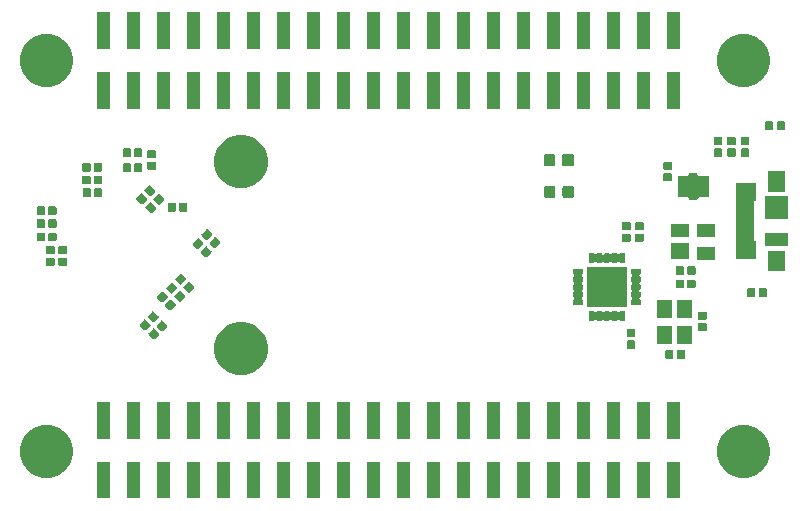
<source format=gbr>
G04 #@! TF.GenerationSoftware,KiCad,Pcbnew,(5.1.5)-3*
G04 #@! TF.CreationDate,2020-01-05T10:53:17-07:00*
G04 #@! TF.ProjectId,spi_control,7370695f-636f-46e7-9472-6f6c2e6b6963,A*
G04 #@! TF.SameCoordinates,Original*
G04 #@! TF.FileFunction,Soldermask,Bot*
G04 #@! TF.FilePolarity,Negative*
%FSLAX46Y46*%
G04 Gerber Fmt 4.6, Leading zero omitted, Abs format (unit mm)*
G04 Created by KiCad (PCBNEW (5.1.5)-3) date 2020-01-05 10:53:17*
%MOMM*%
%LPD*%
G04 APERTURE LIST*
%ADD10C,0.100000*%
G04 APERTURE END LIST*
D10*
G36*
X122301000Y-127545600D02*
G01*
X121199000Y-127545600D01*
X121199000Y-124443600D01*
X122301000Y-124443600D01*
X122301000Y-127545600D01*
G37*
G36*
X150241000Y-127545600D02*
G01*
X149139000Y-127545600D01*
X149139000Y-124443600D01*
X150241000Y-124443600D01*
X150241000Y-127545600D01*
G37*
G36*
X170561000Y-127545600D02*
G01*
X169459000Y-127545600D01*
X169459000Y-124443600D01*
X170561000Y-124443600D01*
X170561000Y-127545600D01*
G37*
G36*
X168021000Y-127545600D02*
G01*
X166919000Y-127545600D01*
X166919000Y-124443600D01*
X168021000Y-124443600D01*
X168021000Y-127545600D01*
G37*
G36*
X165481000Y-127545600D02*
G01*
X164379000Y-127545600D01*
X164379000Y-124443600D01*
X165481000Y-124443600D01*
X165481000Y-127545600D01*
G37*
G36*
X162941000Y-127545600D02*
G01*
X161839000Y-127545600D01*
X161839000Y-124443600D01*
X162941000Y-124443600D01*
X162941000Y-127545600D01*
G37*
G36*
X160401000Y-127545600D02*
G01*
X159299000Y-127545600D01*
X159299000Y-124443600D01*
X160401000Y-124443600D01*
X160401000Y-127545600D01*
G37*
G36*
X157861000Y-127545600D02*
G01*
X156759000Y-127545600D01*
X156759000Y-124443600D01*
X157861000Y-124443600D01*
X157861000Y-127545600D01*
G37*
G36*
X155321000Y-127545600D02*
G01*
X154219000Y-127545600D01*
X154219000Y-124443600D01*
X155321000Y-124443600D01*
X155321000Y-127545600D01*
G37*
G36*
X152781000Y-127545600D02*
G01*
X151679000Y-127545600D01*
X151679000Y-124443600D01*
X152781000Y-124443600D01*
X152781000Y-127545600D01*
G37*
G36*
X129921000Y-127545600D02*
G01*
X128819000Y-127545600D01*
X128819000Y-124443600D01*
X129921000Y-124443600D01*
X129921000Y-127545600D01*
G37*
G36*
X145161000Y-127545600D02*
G01*
X144059000Y-127545600D01*
X144059000Y-124443600D01*
X145161000Y-124443600D01*
X145161000Y-127545600D01*
G37*
G36*
X142621000Y-127545600D02*
G01*
X141519000Y-127545600D01*
X141519000Y-124443600D01*
X142621000Y-124443600D01*
X142621000Y-127545600D01*
G37*
G36*
X140081000Y-127545600D02*
G01*
X138979000Y-127545600D01*
X138979000Y-124443600D01*
X140081000Y-124443600D01*
X140081000Y-127545600D01*
G37*
G36*
X137541000Y-127545600D02*
G01*
X136439000Y-127545600D01*
X136439000Y-124443600D01*
X137541000Y-124443600D01*
X137541000Y-127545600D01*
G37*
G36*
X135001000Y-127545600D02*
G01*
X133899000Y-127545600D01*
X133899000Y-124443600D01*
X135001000Y-124443600D01*
X135001000Y-127545600D01*
G37*
G36*
X132461000Y-127545600D02*
G01*
X131359000Y-127545600D01*
X131359000Y-124443600D01*
X132461000Y-124443600D01*
X132461000Y-127545600D01*
G37*
G36*
X127381000Y-127545600D02*
G01*
X126279000Y-127545600D01*
X126279000Y-124443600D01*
X127381000Y-124443600D01*
X127381000Y-127545600D01*
G37*
G36*
X124841000Y-127545600D02*
G01*
X123739000Y-127545600D01*
X123739000Y-124443600D01*
X124841000Y-124443600D01*
X124841000Y-127545600D01*
G37*
G36*
X147701000Y-127545600D02*
G01*
X146599000Y-127545600D01*
X146599000Y-124443600D01*
X147701000Y-124443600D01*
X147701000Y-127545600D01*
G37*
G36*
X176155880Y-121330776D02*
G01*
X176536593Y-121406504D01*
X176946249Y-121576189D01*
X177314929Y-121822534D01*
X177628466Y-122136071D01*
X177874811Y-122504751D01*
X178044496Y-122914407D01*
X178131000Y-123349296D01*
X178131000Y-123792704D01*
X178044496Y-124227593D01*
X177874811Y-124637249D01*
X177628466Y-125005929D01*
X177314929Y-125319466D01*
X176946249Y-125565811D01*
X176536593Y-125735496D01*
X176155880Y-125811224D01*
X176101705Y-125822000D01*
X175658295Y-125822000D01*
X175604120Y-125811224D01*
X175223407Y-125735496D01*
X174813751Y-125565811D01*
X174445071Y-125319466D01*
X174131534Y-125005929D01*
X173885189Y-124637249D01*
X173715504Y-124227593D01*
X173629000Y-123792704D01*
X173629000Y-123349296D01*
X173715504Y-122914407D01*
X173885189Y-122504751D01*
X174131534Y-122136071D01*
X174445071Y-121822534D01*
X174813751Y-121576189D01*
X175223407Y-121406504D01*
X175604120Y-121330776D01*
X175658295Y-121320000D01*
X176101705Y-121320000D01*
X176155880Y-121330776D01*
G37*
G36*
X117155880Y-121330776D02*
G01*
X117536593Y-121406504D01*
X117946249Y-121576189D01*
X118314929Y-121822534D01*
X118628466Y-122136071D01*
X118874811Y-122504751D01*
X119044496Y-122914407D01*
X119131000Y-123349296D01*
X119131000Y-123792704D01*
X119044496Y-124227593D01*
X118874811Y-124637249D01*
X118628466Y-125005929D01*
X118314929Y-125319466D01*
X117946249Y-125565811D01*
X117536593Y-125735496D01*
X117155880Y-125811224D01*
X117101705Y-125822000D01*
X116658295Y-125822000D01*
X116604120Y-125811224D01*
X116223407Y-125735496D01*
X115813751Y-125565811D01*
X115445071Y-125319466D01*
X115131534Y-125005929D01*
X114885189Y-124637249D01*
X114715504Y-124227593D01*
X114629000Y-123792704D01*
X114629000Y-123349296D01*
X114715504Y-122914407D01*
X114885189Y-122504751D01*
X115131534Y-122136071D01*
X115445071Y-121822534D01*
X115813751Y-121576189D01*
X116223407Y-121406504D01*
X116604120Y-121330776D01*
X116658295Y-121320000D01*
X117101705Y-121320000D01*
X117155880Y-121330776D01*
G37*
G36*
X155321000Y-122505600D02*
G01*
X154219000Y-122505600D01*
X154219000Y-119403600D01*
X155321000Y-119403600D01*
X155321000Y-122505600D01*
G37*
G36*
X145161000Y-122505600D02*
G01*
X144059000Y-122505600D01*
X144059000Y-119403600D01*
X145161000Y-119403600D01*
X145161000Y-122505600D01*
G37*
G36*
X170561000Y-122505600D02*
G01*
X169459000Y-122505600D01*
X169459000Y-119403600D01*
X170561000Y-119403600D01*
X170561000Y-122505600D01*
G37*
G36*
X168021000Y-122505600D02*
G01*
X166919000Y-122505600D01*
X166919000Y-119403600D01*
X168021000Y-119403600D01*
X168021000Y-122505600D01*
G37*
G36*
X124841000Y-122505600D02*
G01*
X123739000Y-122505600D01*
X123739000Y-119403600D01*
X124841000Y-119403600D01*
X124841000Y-122505600D01*
G37*
G36*
X165481000Y-122505600D02*
G01*
X164379000Y-122505600D01*
X164379000Y-119403600D01*
X165481000Y-119403600D01*
X165481000Y-122505600D01*
G37*
G36*
X127381000Y-122505600D02*
G01*
X126279000Y-122505600D01*
X126279000Y-119403600D01*
X127381000Y-119403600D01*
X127381000Y-122505600D01*
G37*
G36*
X162941000Y-122505600D02*
G01*
X161839000Y-122505600D01*
X161839000Y-119403600D01*
X162941000Y-119403600D01*
X162941000Y-122505600D01*
G37*
G36*
X129921000Y-122505600D02*
G01*
X128819000Y-122505600D01*
X128819000Y-119403600D01*
X129921000Y-119403600D01*
X129921000Y-122505600D01*
G37*
G36*
X160401000Y-122505600D02*
G01*
X159299000Y-122505600D01*
X159299000Y-119403600D01*
X160401000Y-119403600D01*
X160401000Y-122505600D01*
G37*
G36*
X122301000Y-122505600D02*
G01*
X121199000Y-122505600D01*
X121199000Y-119403600D01*
X122301000Y-119403600D01*
X122301000Y-122505600D01*
G37*
G36*
X157861000Y-122505600D02*
G01*
X156759000Y-122505600D01*
X156759000Y-119403600D01*
X157861000Y-119403600D01*
X157861000Y-122505600D01*
G37*
G36*
X135001000Y-122505600D02*
G01*
X133899000Y-122505600D01*
X133899000Y-119403600D01*
X135001000Y-119403600D01*
X135001000Y-122505600D01*
G37*
G36*
X137541000Y-122505600D02*
G01*
X136439000Y-122505600D01*
X136439000Y-119403600D01*
X137541000Y-119403600D01*
X137541000Y-122505600D01*
G37*
G36*
X152781000Y-122505600D02*
G01*
X151679000Y-122505600D01*
X151679000Y-119403600D01*
X152781000Y-119403600D01*
X152781000Y-122505600D01*
G37*
G36*
X140081000Y-122505600D02*
G01*
X138979000Y-122505600D01*
X138979000Y-119403600D01*
X140081000Y-119403600D01*
X140081000Y-122505600D01*
G37*
G36*
X150241000Y-122505600D02*
G01*
X149139000Y-122505600D01*
X149139000Y-119403600D01*
X150241000Y-119403600D01*
X150241000Y-122505600D01*
G37*
G36*
X142621000Y-122505600D02*
G01*
X141519000Y-122505600D01*
X141519000Y-119403600D01*
X142621000Y-119403600D01*
X142621000Y-122505600D01*
G37*
G36*
X147701000Y-122505600D02*
G01*
X146599000Y-122505600D01*
X146599000Y-119403600D01*
X147701000Y-119403600D01*
X147701000Y-122505600D01*
G37*
G36*
X132461000Y-122505600D02*
G01*
X131359000Y-122505600D01*
X131359000Y-119403600D01*
X132461000Y-119403600D01*
X132461000Y-122505600D01*
G37*
G36*
X133625880Y-112650776D02*
G01*
X134006593Y-112726504D01*
X134416249Y-112896189D01*
X134784929Y-113142534D01*
X135098466Y-113456071D01*
X135344811Y-113824751D01*
X135514496Y-114234407D01*
X135601000Y-114669296D01*
X135601000Y-115112704D01*
X135514496Y-115547593D01*
X135344811Y-115957249D01*
X135098466Y-116325929D01*
X134784929Y-116639466D01*
X134416249Y-116885811D01*
X134006593Y-117055496D01*
X133625880Y-117131224D01*
X133571705Y-117142000D01*
X133128295Y-117142000D01*
X133074120Y-117131224D01*
X132693407Y-117055496D01*
X132283751Y-116885811D01*
X131915071Y-116639466D01*
X131601534Y-116325929D01*
X131355189Y-115957249D01*
X131185504Y-115547593D01*
X131099000Y-115112704D01*
X131099000Y-114669296D01*
X131185504Y-114234407D01*
X131355189Y-113824751D01*
X131601534Y-113456071D01*
X131915071Y-113142534D01*
X132283751Y-112896189D01*
X132693407Y-112726504D01*
X133074120Y-112650776D01*
X133128295Y-112640000D01*
X133571705Y-112640000D01*
X133625880Y-112650776D01*
G37*
G36*
X170848138Y-114998516D02*
G01*
X170868757Y-115004771D01*
X170887753Y-115014924D01*
X170904408Y-115028592D01*
X170918076Y-115045247D01*
X170928229Y-115064243D01*
X170934484Y-115084862D01*
X170937200Y-115112440D01*
X170937200Y-115621160D01*
X170934484Y-115648738D01*
X170928229Y-115669357D01*
X170918076Y-115688353D01*
X170904408Y-115705008D01*
X170887753Y-115718676D01*
X170868757Y-115728829D01*
X170848138Y-115735084D01*
X170820560Y-115737800D01*
X170361840Y-115737800D01*
X170334262Y-115735084D01*
X170313643Y-115728829D01*
X170294647Y-115718676D01*
X170277992Y-115705008D01*
X170264324Y-115688353D01*
X170254171Y-115669357D01*
X170247916Y-115648738D01*
X170245200Y-115621160D01*
X170245200Y-115112440D01*
X170247916Y-115084862D01*
X170254171Y-115064243D01*
X170264324Y-115045247D01*
X170277992Y-115028592D01*
X170294647Y-115014924D01*
X170313643Y-115004771D01*
X170334262Y-114998516D01*
X170361840Y-114995800D01*
X170820560Y-114995800D01*
X170848138Y-114998516D01*
G37*
G36*
X169878138Y-114998516D02*
G01*
X169898757Y-115004771D01*
X169917753Y-115014924D01*
X169934408Y-115028592D01*
X169948076Y-115045247D01*
X169958229Y-115064243D01*
X169964484Y-115084862D01*
X169967200Y-115112440D01*
X169967200Y-115621160D01*
X169964484Y-115648738D01*
X169958229Y-115669357D01*
X169948076Y-115688353D01*
X169934408Y-115705008D01*
X169917753Y-115718676D01*
X169898757Y-115728829D01*
X169878138Y-115735084D01*
X169850560Y-115737800D01*
X169391840Y-115737800D01*
X169364262Y-115735084D01*
X169343643Y-115728829D01*
X169324647Y-115718676D01*
X169307992Y-115705008D01*
X169294324Y-115688353D01*
X169284171Y-115669357D01*
X169277916Y-115648738D01*
X169275200Y-115621160D01*
X169275200Y-115112440D01*
X169277916Y-115084862D01*
X169284171Y-115064243D01*
X169294324Y-115045247D01*
X169307992Y-115028592D01*
X169324647Y-115014924D01*
X169343643Y-115004771D01*
X169364262Y-114998516D01*
X169391840Y-114995800D01*
X169850560Y-114995800D01*
X169878138Y-114998516D01*
G37*
G36*
X166651938Y-114187716D02*
G01*
X166672557Y-114193971D01*
X166691553Y-114204124D01*
X166708208Y-114217792D01*
X166721876Y-114234447D01*
X166732029Y-114253443D01*
X166738284Y-114274062D01*
X166741000Y-114301640D01*
X166741000Y-114760360D01*
X166738284Y-114787938D01*
X166732029Y-114808557D01*
X166721876Y-114827553D01*
X166708208Y-114844208D01*
X166691553Y-114857876D01*
X166672557Y-114868029D01*
X166651938Y-114874284D01*
X166624360Y-114877000D01*
X166115640Y-114877000D01*
X166088062Y-114874284D01*
X166067443Y-114868029D01*
X166048447Y-114857876D01*
X166031792Y-114844208D01*
X166018124Y-114827553D01*
X166007971Y-114808557D01*
X166001716Y-114787938D01*
X165999000Y-114760360D01*
X165999000Y-114301640D01*
X166001716Y-114274062D01*
X166007971Y-114253443D01*
X166018124Y-114234447D01*
X166031792Y-114217792D01*
X166048447Y-114204124D01*
X166067443Y-114193971D01*
X166088062Y-114187716D01*
X166115640Y-114185000D01*
X166624360Y-114185000D01*
X166651938Y-114187716D01*
G37*
G36*
X171554000Y-114500000D02*
G01*
X170252000Y-114500000D01*
X170252000Y-112998000D01*
X171554000Y-112998000D01*
X171554000Y-114500000D01*
G37*
G36*
X169854000Y-114500000D02*
G01*
X168552000Y-114500000D01*
X168552000Y-112998000D01*
X169854000Y-112998000D01*
X169854000Y-114500000D01*
G37*
G36*
X125982813Y-113170438D02*
G01*
X126003432Y-113176693D01*
X126022428Y-113186846D01*
X126043849Y-113204426D01*
X126403574Y-113564151D01*
X126421154Y-113585572D01*
X126431307Y-113604568D01*
X126437562Y-113625187D01*
X126439673Y-113646625D01*
X126437562Y-113668063D01*
X126431307Y-113688682D01*
X126421154Y-113707678D01*
X126403574Y-113729099D01*
X126079205Y-114053468D01*
X126057784Y-114071048D01*
X126038788Y-114081201D01*
X126018169Y-114087456D01*
X125996731Y-114089567D01*
X125975293Y-114087456D01*
X125954674Y-114081201D01*
X125935678Y-114071048D01*
X125914257Y-114053468D01*
X125554532Y-113693743D01*
X125536952Y-113672322D01*
X125526799Y-113653326D01*
X125520544Y-113632707D01*
X125518433Y-113611269D01*
X125520544Y-113589831D01*
X125526799Y-113569212D01*
X125536952Y-113550216D01*
X125554532Y-113528795D01*
X125878901Y-113204426D01*
X125900322Y-113186846D01*
X125919318Y-113176693D01*
X125939937Y-113170438D01*
X125961375Y-113168327D01*
X125982813Y-113170438D01*
G37*
G36*
X166651938Y-113217716D02*
G01*
X166672557Y-113223971D01*
X166691553Y-113234124D01*
X166708208Y-113247792D01*
X166721876Y-113264447D01*
X166732029Y-113283443D01*
X166738284Y-113304062D01*
X166741000Y-113331640D01*
X166741000Y-113790360D01*
X166738284Y-113817938D01*
X166732029Y-113838557D01*
X166721876Y-113857553D01*
X166708208Y-113874208D01*
X166691553Y-113887876D01*
X166672557Y-113898029D01*
X166651938Y-113904284D01*
X166624360Y-113907000D01*
X166115640Y-113907000D01*
X166088062Y-113904284D01*
X166067443Y-113898029D01*
X166048447Y-113887876D01*
X166031792Y-113874208D01*
X166018124Y-113857553D01*
X166007971Y-113838557D01*
X166001716Y-113817938D01*
X165999000Y-113790360D01*
X165999000Y-113331640D01*
X166001716Y-113304062D01*
X166007971Y-113283443D01*
X166018124Y-113264447D01*
X166031792Y-113247792D01*
X166048447Y-113234124D01*
X166067443Y-113223971D01*
X166088062Y-113217716D01*
X166115640Y-113215000D01*
X166624360Y-113215000D01*
X166651938Y-113217716D01*
G37*
G36*
X172697138Y-112714516D02*
G01*
X172717757Y-112720771D01*
X172736753Y-112730924D01*
X172753408Y-112744592D01*
X172767076Y-112761247D01*
X172777229Y-112780243D01*
X172783484Y-112800862D01*
X172786200Y-112828440D01*
X172786200Y-113287160D01*
X172783484Y-113314738D01*
X172777229Y-113335357D01*
X172767076Y-113354353D01*
X172753408Y-113371008D01*
X172736753Y-113384676D01*
X172717757Y-113394829D01*
X172697138Y-113401084D01*
X172669560Y-113403800D01*
X172160840Y-113403800D01*
X172133262Y-113401084D01*
X172112643Y-113394829D01*
X172093647Y-113384676D01*
X172076992Y-113371008D01*
X172063324Y-113354353D01*
X172053171Y-113335357D01*
X172046916Y-113314738D01*
X172044200Y-113287160D01*
X172044200Y-112828440D01*
X172046916Y-112800862D01*
X172053171Y-112780243D01*
X172063324Y-112761247D01*
X172076992Y-112744592D01*
X172093647Y-112730924D01*
X172112643Y-112720771D01*
X172133262Y-112714516D01*
X172160840Y-112711800D01*
X172669560Y-112711800D01*
X172697138Y-112714516D01*
G37*
G36*
X126668707Y-112484544D02*
G01*
X126689326Y-112490799D01*
X126708322Y-112500952D01*
X126729743Y-112518532D01*
X127089468Y-112878257D01*
X127107048Y-112899678D01*
X127117201Y-112918674D01*
X127123456Y-112939293D01*
X127125567Y-112960731D01*
X127123456Y-112982169D01*
X127117201Y-113002788D01*
X127107048Y-113021784D01*
X127089468Y-113043205D01*
X126765099Y-113367574D01*
X126743678Y-113385154D01*
X126724682Y-113395307D01*
X126704063Y-113401562D01*
X126682625Y-113403673D01*
X126661187Y-113401562D01*
X126640568Y-113395307D01*
X126621572Y-113385154D01*
X126600151Y-113367574D01*
X126240426Y-113007849D01*
X126222846Y-112986428D01*
X126212693Y-112967432D01*
X126206438Y-112946813D01*
X126204327Y-112925375D01*
X126206438Y-112903937D01*
X126212693Y-112883318D01*
X126222846Y-112864322D01*
X126240426Y-112842901D01*
X126564795Y-112518532D01*
X126586216Y-112500952D01*
X126605212Y-112490799D01*
X126625831Y-112484544D01*
X126647269Y-112482433D01*
X126668707Y-112484544D01*
G37*
G36*
X125238413Y-112406438D02*
G01*
X125259032Y-112412693D01*
X125278028Y-112422846D01*
X125299449Y-112440426D01*
X125659174Y-112800151D01*
X125676754Y-112821572D01*
X125686907Y-112840568D01*
X125693162Y-112861187D01*
X125695273Y-112882625D01*
X125693162Y-112904063D01*
X125686907Y-112924682D01*
X125676754Y-112943678D01*
X125659174Y-112965099D01*
X125334805Y-113289468D01*
X125313384Y-113307048D01*
X125294388Y-113317201D01*
X125273769Y-113323456D01*
X125252331Y-113325567D01*
X125230893Y-113323456D01*
X125210274Y-113317201D01*
X125191278Y-113307048D01*
X125169857Y-113289468D01*
X124810132Y-112929743D01*
X124792552Y-112908322D01*
X124782399Y-112889326D01*
X124776144Y-112868707D01*
X124774033Y-112847269D01*
X124776144Y-112825831D01*
X124782399Y-112805212D01*
X124792552Y-112786216D01*
X124810132Y-112764795D01*
X125134501Y-112440426D01*
X125155922Y-112422846D01*
X125174918Y-112412693D01*
X125195537Y-112406438D01*
X125216975Y-112404327D01*
X125238413Y-112406438D01*
G37*
G36*
X125924307Y-111720544D02*
G01*
X125944926Y-111726799D01*
X125963922Y-111736952D01*
X125985343Y-111754532D01*
X126345068Y-112114257D01*
X126362648Y-112135678D01*
X126372801Y-112154674D01*
X126379056Y-112175293D01*
X126381167Y-112196731D01*
X126379056Y-112218169D01*
X126372801Y-112238788D01*
X126362648Y-112257784D01*
X126345068Y-112279205D01*
X126020699Y-112603574D01*
X125999278Y-112621154D01*
X125980282Y-112631307D01*
X125959663Y-112637562D01*
X125938225Y-112639673D01*
X125916787Y-112637562D01*
X125896168Y-112631307D01*
X125877172Y-112621154D01*
X125855751Y-112603574D01*
X125496026Y-112243849D01*
X125478446Y-112222428D01*
X125468293Y-112203432D01*
X125462038Y-112182813D01*
X125459927Y-112161375D01*
X125462038Y-112139937D01*
X125468293Y-112119318D01*
X125478446Y-112100322D01*
X125496026Y-112078901D01*
X125820395Y-111754532D01*
X125841816Y-111736952D01*
X125860812Y-111726799D01*
X125881431Y-111720544D01*
X125902869Y-111718433D01*
X125924307Y-111720544D01*
G37*
G36*
X163208295Y-111664823D02*
G01*
X163215310Y-111666951D01*
X163221776Y-111670408D01*
X163227442Y-111675058D01*
X163232092Y-111680724D01*
X163235549Y-111687190D01*
X163237677Y-111694205D01*
X163238603Y-111703609D01*
X163243383Y-111727642D01*
X163252761Y-111750281D01*
X163266374Y-111770655D01*
X163283701Y-111787982D01*
X163304076Y-111801596D01*
X163326715Y-111810974D01*
X163350748Y-111815754D01*
X163375252Y-111815754D01*
X163399285Y-111810974D01*
X163421924Y-111801596D01*
X163442298Y-111787983D01*
X163459625Y-111770656D01*
X163473239Y-111750281D01*
X163482617Y-111727642D01*
X163487397Y-111703609D01*
X163488323Y-111694205D01*
X163490451Y-111687190D01*
X163493908Y-111680724D01*
X163498558Y-111675058D01*
X163504224Y-111670408D01*
X163510690Y-111666951D01*
X163517705Y-111664823D01*
X163531140Y-111663500D01*
X163844860Y-111663500D01*
X163858295Y-111664823D01*
X163865310Y-111666951D01*
X163871776Y-111670408D01*
X163877442Y-111675058D01*
X163882092Y-111680724D01*
X163885549Y-111687190D01*
X163887677Y-111694205D01*
X163888603Y-111703609D01*
X163893383Y-111727642D01*
X163902761Y-111750281D01*
X163916374Y-111770655D01*
X163933701Y-111787982D01*
X163954076Y-111801596D01*
X163976715Y-111810974D01*
X164000748Y-111815754D01*
X164025252Y-111815754D01*
X164049285Y-111810974D01*
X164071924Y-111801596D01*
X164092298Y-111787983D01*
X164109625Y-111770656D01*
X164123239Y-111750281D01*
X164132617Y-111727642D01*
X164137397Y-111703609D01*
X164138323Y-111694205D01*
X164140451Y-111687190D01*
X164143908Y-111680724D01*
X164148558Y-111675058D01*
X164154224Y-111670408D01*
X164160690Y-111666951D01*
X164167705Y-111664823D01*
X164181140Y-111663500D01*
X164494860Y-111663500D01*
X164508295Y-111664823D01*
X164515310Y-111666951D01*
X164521776Y-111670408D01*
X164527442Y-111675058D01*
X164532092Y-111680724D01*
X164535549Y-111687190D01*
X164537677Y-111694205D01*
X164538603Y-111703609D01*
X164543383Y-111727642D01*
X164552761Y-111750281D01*
X164566374Y-111770655D01*
X164583701Y-111787982D01*
X164604076Y-111801596D01*
X164626715Y-111810974D01*
X164650748Y-111815754D01*
X164675252Y-111815754D01*
X164699285Y-111810974D01*
X164721924Y-111801596D01*
X164742298Y-111787983D01*
X164759625Y-111770656D01*
X164773239Y-111750281D01*
X164782617Y-111727642D01*
X164787397Y-111703609D01*
X164788323Y-111694205D01*
X164790451Y-111687190D01*
X164793908Y-111680724D01*
X164798558Y-111675058D01*
X164804224Y-111670408D01*
X164810690Y-111666951D01*
X164817705Y-111664823D01*
X164831140Y-111663500D01*
X165144860Y-111663500D01*
X165158295Y-111664823D01*
X165165310Y-111666951D01*
X165171776Y-111670408D01*
X165177442Y-111675058D01*
X165182092Y-111680724D01*
X165185549Y-111687190D01*
X165187677Y-111694205D01*
X165188603Y-111703609D01*
X165193383Y-111727642D01*
X165202761Y-111750281D01*
X165216374Y-111770655D01*
X165233701Y-111787982D01*
X165254076Y-111801596D01*
X165276715Y-111810974D01*
X165300748Y-111815754D01*
X165325252Y-111815754D01*
X165349285Y-111810974D01*
X165371924Y-111801596D01*
X165392298Y-111787983D01*
X165409625Y-111770656D01*
X165423239Y-111750281D01*
X165432617Y-111727642D01*
X165437397Y-111703609D01*
X165438323Y-111694205D01*
X165440451Y-111687190D01*
X165443908Y-111680724D01*
X165448558Y-111675058D01*
X165454224Y-111670408D01*
X165460690Y-111666951D01*
X165467705Y-111664823D01*
X165481140Y-111663500D01*
X165794860Y-111663500D01*
X165808295Y-111664823D01*
X165815310Y-111666951D01*
X165821776Y-111670408D01*
X165827442Y-111675058D01*
X165832092Y-111680724D01*
X165835549Y-111687190D01*
X165837677Y-111694205D01*
X165839000Y-111707640D01*
X165839000Y-112521360D01*
X165837677Y-112534795D01*
X165835549Y-112541810D01*
X165832092Y-112548276D01*
X165827442Y-112553942D01*
X165821776Y-112558592D01*
X165815310Y-112562049D01*
X165808295Y-112564177D01*
X165794860Y-112565500D01*
X165481140Y-112565500D01*
X165467705Y-112564177D01*
X165460690Y-112562049D01*
X165454224Y-112558592D01*
X165448558Y-112553942D01*
X165443908Y-112548276D01*
X165440451Y-112541810D01*
X165438323Y-112534795D01*
X165437397Y-112525391D01*
X165432617Y-112501358D01*
X165423239Y-112478719D01*
X165409626Y-112458345D01*
X165392299Y-112441018D01*
X165371924Y-112427404D01*
X165349285Y-112418026D01*
X165325252Y-112413246D01*
X165300748Y-112413246D01*
X165276715Y-112418026D01*
X165254076Y-112427404D01*
X165233702Y-112441017D01*
X165216375Y-112458344D01*
X165202761Y-112478719D01*
X165193383Y-112501358D01*
X165188603Y-112525391D01*
X165187677Y-112534795D01*
X165185549Y-112541810D01*
X165182092Y-112548276D01*
X165177442Y-112553942D01*
X165171776Y-112558592D01*
X165165310Y-112562049D01*
X165158295Y-112564177D01*
X165144860Y-112565500D01*
X164831140Y-112565500D01*
X164817705Y-112564177D01*
X164810690Y-112562049D01*
X164804224Y-112558592D01*
X164798558Y-112553942D01*
X164793908Y-112548276D01*
X164790451Y-112541810D01*
X164788323Y-112534795D01*
X164787397Y-112525391D01*
X164782617Y-112501358D01*
X164773239Y-112478719D01*
X164759626Y-112458345D01*
X164742299Y-112441018D01*
X164721924Y-112427404D01*
X164699285Y-112418026D01*
X164675252Y-112413246D01*
X164650748Y-112413246D01*
X164626715Y-112418026D01*
X164604076Y-112427404D01*
X164583702Y-112441017D01*
X164566375Y-112458344D01*
X164552761Y-112478719D01*
X164543383Y-112501358D01*
X164538603Y-112525391D01*
X164537677Y-112534795D01*
X164535549Y-112541810D01*
X164532092Y-112548276D01*
X164527442Y-112553942D01*
X164521776Y-112558592D01*
X164515310Y-112562049D01*
X164508295Y-112564177D01*
X164494860Y-112565500D01*
X164181140Y-112565500D01*
X164167705Y-112564177D01*
X164160690Y-112562049D01*
X164154224Y-112558592D01*
X164148558Y-112553942D01*
X164143908Y-112548276D01*
X164140451Y-112541810D01*
X164138323Y-112534795D01*
X164137397Y-112525391D01*
X164132617Y-112501358D01*
X164123239Y-112478719D01*
X164109626Y-112458345D01*
X164092299Y-112441018D01*
X164071924Y-112427404D01*
X164049285Y-112418026D01*
X164025252Y-112413246D01*
X164000748Y-112413246D01*
X163976715Y-112418026D01*
X163954076Y-112427404D01*
X163933702Y-112441017D01*
X163916375Y-112458344D01*
X163902761Y-112478719D01*
X163893383Y-112501358D01*
X163888603Y-112525391D01*
X163887677Y-112534795D01*
X163885549Y-112541810D01*
X163882092Y-112548276D01*
X163877442Y-112553942D01*
X163871776Y-112558592D01*
X163865310Y-112562049D01*
X163858295Y-112564177D01*
X163844860Y-112565500D01*
X163531140Y-112565500D01*
X163517705Y-112564177D01*
X163510690Y-112562049D01*
X163504224Y-112558592D01*
X163498558Y-112553942D01*
X163493908Y-112548276D01*
X163490451Y-112541810D01*
X163488323Y-112534795D01*
X163487397Y-112525391D01*
X163482617Y-112501358D01*
X163473239Y-112478719D01*
X163459626Y-112458345D01*
X163442299Y-112441018D01*
X163421924Y-112427404D01*
X163399285Y-112418026D01*
X163375252Y-112413246D01*
X163350748Y-112413246D01*
X163326715Y-112418026D01*
X163304076Y-112427404D01*
X163283702Y-112441017D01*
X163266375Y-112458344D01*
X163252761Y-112478719D01*
X163243383Y-112501358D01*
X163238603Y-112525391D01*
X163237677Y-112534795D01*
X163235549Y-112541810D01*
X163232092Y-112548276D01*
X163227442Y-112553942D01*
X163221776Y-112558592D01*
X163215310Y-112562049D01*
X163208295Y-112564177D01*
X163194860Y-112565500D01*
X162881140Y-112565500D01*
X162867705Y-112564177D01*
X162860690Y-112562049D01*
X162854224Y-112558592D01*
X162848558Y-112553942D01*
X162843908Y-112548276D01*
X162840451Y-112541810D01*
X162838323Y-112534795D01*
X162837000Y-112521360D01*
X162837000Y-111707640D01*
X162838323Y-111694205D01*
X162840451Y-111687190D01*
X162843908Y-111680724D01*
X162848558Y-111675058D01*
X162854224Y-111670408D01*
X162860690Y-111666951D01*
X162867705Y-111664823D01*
X162881140Y-111663500D01*
X163194860Y-111663500D01*
X163208295Y-111664823D01*
G37*
G36*
X172697138Y-111744516D02*
G01*
X172717757Y-111750771D01*
X172736753Y-111760924D01*
X172753408Y-111774592D01*
X172767076Y-111791247D01*
X172777229Y-111810243D01*
X172783484Y-111830862D01*
X172786200Y-111858440D01*
X172786200Y-112317160D01*
X172783484Y-112344738D01*
X172777229Y-112365357D01*
X172767076Y-112384353D01*
X172753408Y-112401008D01*
X172736753Y-112414676D01*
X172717757Y-112424829D01*
X172697138Y-112431084D01*
X172669560Y-112433800D01*
X172160840Y-112433800D01*
X172133262Y-112431084D01*
X172112643Y-112424829D01*
X172093647Y-112414676D01*
X172076992Y-112401008D01*
X172063324Y-112384353D01*
X172053171Y-112365357D01*
X172046916Y-112344738D01*
X172044200Y-112317160D01*
X172044200Y-111858440D01*
X172046916Y-111830862D01*
X172053171Y-111810243D01*
X172063324Y-111791247D01*
X172076992Y-111774592D01*
X172093647Y-111760924D01*
X172112643Y-111750771D01*
X172133262Y-111744516D01*
X172160840Y-111741800D01*
X172669560Y-111741800D01*
X172697138Y-111744516D01*
G37*
G36*
X169854000Y-112300000D02*
G01*
X168552000Y-112300000D01*
X168552000Y-110798000D01*
X169854000Y-110798000D01*
X169854000Y-112300000D01*
G37*
G36*
X171554000Y-112300000D02*
G01*
X170252000Y-112300000D01*
X170252000Y-110798000D01*
X171554000Y-110798000D01*
X171554000Y-112300000D01*
G37*
G36*
X127420116Y-110729991D02*
G01*
X127440735Y-110736246D01*
X127459731Y-110746399D01*
X127481152Y-110763979D01*
X127805521Y-111088348D01*
X127823101Y-111109769D01*
X127833254Y-111128765D01*
X127839509Y-111149384D01*
X127841620Y-111170822D01*
X127839509Y-111192260D01*
X127833254Y-111212879D01*
X127823101Y-111231875D01*
X127805521Y-111253296D01*
X127445796Y-111613021D01*
X127424375Y-111630601D01*
X127405379Y-111640754D01*
X127384760Y-111647009D01*
X127363322Y-111649120D01*
X127341884Y-111647009D01*
X127321265Y-111640754D01*
X127302269Y-111630601D01*
X127280848Y-111613021D01*
X126956479Y-111288652D01*
X126938899Y-111267231D01*
X126928746Y-111248235D01*
X126922491Y-111227616D01*
X126920380Y-111206178D01*
X126922491Y-111184740D01*
X126928746Y-111164121D01*
X126938899Y-111145125D01*
X126956479Y-111123704D01*
X127316204Y-110763979D01*
X127337625Y-110746399D01*
X127356621Y-110736246D01*
X127377240Y-110729991D01*
X127398678Y-110727880D01*
X127420116Y-110729991D01*
G37*
G36*
X165942124Y-107941999D02*
G01*
X165970387Y-107950573D01*
X165996434Y-107964496D01*
X166019267Y-107983233D01*
X166038004Y-108006066D01*
X166051927Y-108032113D01*
X166060501Y-108060376D01*
X166064000Y-108095908D01*
X166064000Y-111233092D01*
X166060501Y-111268624D01*
X166051927Y-111296887D01*
X166038004Y-111322934D01*
X166019267Y-111345767D01*
X165996434Y-111364504D01*
X165970387Y-111378427D01*
X165942124Y-111387001D01*
X165906592Y-111390500D01*
X162769408Y-111390500D01*
X162733876Y-111387001D01*
X162705613Y-111378427D01*
X162679566Y-111364504D01*
X162656733Y-111345767D01*
X162637996Y-111322934D01*
X162624073Y-111296887D01*
X162615499Y-111268624D01*
X162612000Y-111233092D01*
X162612000Y-108095908D01*
X162615499Y-108060376D01*
X162624073Y-108032113D01*
X162637996Y-108006066D01*
X162656733Y-107983233D01*
X162679566Y-107964496D01*
X162705613Y-107950573D01*
X162733876Y-107941999D01*
X162769408Y-107938500D01*
X165906592Y-107938500D01*
X165942124Y-107941999D01*
G37*
G36*
X167208295Y-108164823D02*
G01*
X167215310Y-108166951D01*
X167221776Y-108170408D01*
X167227442Y-108175058D01*
X167232092Y-108180724D01*
X167235549Y-108187190D01*
X167237677Y-108194205D01*
X167239000Y-108207640D01*
X167239000Y-108521360D01*
X167237677Y-108534795D01*
X167235549Y-108541810D01*
X167232092Y-108548276D01*
X167227442Y-108553942D01*
X167221776Y-108558592D01*
X167215310Y-108562049D01*
X167208295Y-108564177D01*
X167198891Y-108565103D01*
X167174858Y-108569883D01*
X167152219Y-108579261D01*
X167131845Y-108592874D01*
X167114518Y-108610201D01*
X167100904Y-108630576D01*
X167091526Y-108653215D01*
X167086746Y-108677248D01*
X167086746Y-108701752D01*
X167091526Y-108725785D01*
X167100904Y-108748424D01*
X167114517Y-108768798D01*
X167131844Y-108786125D01*
X167152219Y-108799739D01*
X167174858Y-108809117D01*
X167198891Y-108813897D01*
X167208295Y-108814823D01*
X167215310Y-108816951D01*
X167221776Y-108820408D01*
X167227442Y-108825058D01*
X167232092Y-108830724D01*
X167235549Y-108837190D01*
X167237677Y-108844205D01*
X167239000Y-108857640D01*
X167239000Y-109171360D01*
X167237677Y-109184795D01*
X167235549Y-109191810D01*
X167232092Y-109198276D01*
X167227442Y-109203942D01*
X167221776Y-109208592D01*
X167215310Y-109212049D01*
X167208295Y-109214177D01*
X167198891Y-109215103D01*
X167174858Y-109219883D01*
X167152219Y-109229261D01*
X167131845Y-109242874D01*
X167114518Y-109260201D01*
X167100904Y-109280576D01*
X167091526Y-109303215D01*
X167086746Y-109327248D01*
X167086746Y-109351752D01*
X167091526Y-109375785D01*
X167100904Y-109398424D01*
X167114517Y-109418798D01*
X167131844Y-109436125D01*
X167152219Y-109449739D01*
X167174858Y-109459117D01*
X167198891Y-109463897D01*
X167208295Y-109464823D01*
X167215310Y-109466951D01*
X167221776Y-109470408D01*
X167227442Y-109475058D01*
X167232092Y-109480724D01*
X167235549Y-109487190D01*
X167237677Y-109494205D01*
X167239000Y-109507640D01*
X167239000Y-109821360D01*
X167237677Y-109834795D01*
X167235549Y-109841810D01*
X167232092Y-109848276D01*
X167227442Y-109853942D01*
X167221776Y-109858592D01*
X167215310Y-109862049D01*
X167208295Y-109864177D01*
X167198891Y-109865103D01*
X167174858Y-109869883D01*
X167152219Y-109879261D01*
X167131845Y-109892874D01*
X167114518Y-109910201D01*
X167100904Y-109930576D01*
X167091526Y-109953215D01*
X167086746Y-109977248D01*
X167086746Y-110001752D01*
X167091526Y-110025785D01*
X167100904Y-110048424D01*
X167114517Y-110068798D01*
X167131844Y-110086125D01*
X167152219Y-110099739D01*
X167174858Y-110109117D01*
X167198891Y-110113897D01*
X167208295Y-110114823D01*
X167215310Y-110116951D01*
X167221776Y-110120408D01*
X167227442Y-110125058D01*
X167232092Y-110130724D01*
X167235549Y-110137190D01*
X167237677Y-110144205D01*
X167239000Y-110157640D01*
X167239000Y-110471360D01*
X167237677Y-110484795D01*
X167235549Y-110491810D01*
X167232092Y-110498276D01*
X167227442Y-110503942D01*
X167221776Y-110508592D01*
X167215310Y-110512049D01*
X167208295Y-110514177D01*
X167198891Y-110515103D01*
X167174858Y-110519883D01*
X167152219Y-110529261D01*
X167131845Y-110542874D01*
X167114518Y-110560201D01*
X167100904Y-110580576D01*
X167091526Y-110603215D01*
X167086746Y-110627248D01*
X167086746Y-110651752D01*
X167091526Y-110675785D01*
X167100904Y-110698424D01*
X167114517Y-110718798D01*
X167131844Y-110736125D01*
X167152219Y-110749739D01*
X167174858Y-110759117D01*
X167198891Y-110763897D01*
X167208295Y-110764823D01*
X167215310Y-110766951D01*
X167221776Y-110770408D01*
X167227442Y-110775058D01*
X167232092Y-110780724D01*
X167235549Y-110787190D01*
X167237677Y-110794205D01*
X167239000Y-110807640D01*
X167239000Y-111121360D01*
X167237677Y-111134795D01*
X167235549Y-111141810D01*
X167232092Y-111148276D01*
X167227442Y-111153942D01*
X167221776Y-111158592D01*
X167215310Y-111162049D01*
X167208295Y-111164177D01*
X167194860Y-111165500D01*
X166381140Y-111165500D01*
X166367705Y-111164177D01*
X166360690Y-111162049D01*
X166354224Y-111158592D01*
X166348558Y-111153942D01*
X166343908Y-111148276D01*
X166340451Y-111141810D01*
X166338323Y-111134795D01*
X166337000Y-111121360D01*
X166337000Y-110807640D01*
X166338323Y-110794205D01*
X166340451Y-110787190D01*
X166343908Y-110780724D01*
X166348558Y-110775058D01*
X166354224Y-110770408D01*
X166360690Y-110766951D01*
X166367705Y-110764823D01*
X166377109Y-110763897D01*
X166401142Y-110759117D01*
X166423781Y-110749739D01*
X166444155Y-110736126D01*
X166461482Y-110718799D01*
X166475096Y-110698424D01*
X166484474Y-110675785D01*
X166489254Y-110651752D01*
X166489254Y-110627248D01*
X166484474Y-110603215D01*
X166475096Y-110580576D01*
X166461483Y-110560202D01*
X166444156Y-110542875D01*
X166423781Y-110529261D01*
X166401142Y-110519883D01*
X166377109Y-110515103D01*
X166367705Y-110514177D01*
X166360690Y-110512049D01*
X166354224Y-110508592D01*
X166348558Y-110503942D01*
X166343908Y-110498276D01*
X166340451Y-110491810D01*
X166338323Y-110484795D01*
X166337000Y-110471360D01*
X166337000Y-110157640D01*
X166338323Y-110144205D01*
X166340451Y-110137190D01*
X166343908Y-110130724D01*
X166348558Y-110125058D01*
X166354224Y-110120408D01*
X166360690Y-110116951D01*
X166367705Y-110114823D01*
X166377109Y-110113897D01*
X166401142Y-110109117D01*
X166423781Y-110099739D01*
X166444155Y-110086126D01*
X166461482Y-110068799D01*
X166475096Y-110048424D01*
X166484474Y-110025785D01*
X166489254Y-110001752D01*
X166489254Y-109977248D01*
X166484474Y-109953215D01*
X166475096Y-109930576D01*
X166461483Y-109910202D01*
X166444156Y-109892875D01*
X166423781Y-109879261D01*
X166401142Y-109869883D01*
X166377109Y-109865103D01*
X166367705Y-109864177D01*
X166360690Y-109862049D01*
X166354224Y-109858592D01*
X166348558Y-109853942D01*
X166343908Y-109848276D01*
X166340451Y-109841810D01*
X166338323Y-109834795D01*
X166337000Y-109821360D01*
X166337000Y-109507640D01*
X166338323Y-109494205D01*
X166340451Y-109487190D01*
X166343908Y-109480724D01*
X166348558Y-109475058D01*
X166354224Y-109470408D01*
X166360690Y-109466951D01*
X166367705Y-109464823D01*
X166377109Y-109463897D01*
X166401142Y-109459117D01*
X166423781Y-109449739D01*
X166444155Y-109436126D01*
X166461482Y-109418799D01*
X166475096Y-109398424D01*
X166484474Y-109375785D01*
X166489254Y-109351752D01*
X166489254Y-109327248D01*
X166484474Y-109303215D01*
X166475096Y-109280576D01*
X166461483Y-109260202D01*
X166444156Y-109242875D01*
X166423781Y-109229261D01*
X166401142Y-109219883D01*
X166377109Y-109215103D01*
X166367705Y-109214177D01*
X166360690Y-109212049D01*
X166354224Y-109208592D01*
X166348558Y-109203942D01*
X166343908Y-109198276D01*
X166340451Y-109191810D01*
X166338323Y-109184795D01*
X166337000Y-109171360D01*
X166337000Y-108857640D01*
X166338323Y-108844205D01*
X166340451Y-108837190D01*
X166343908Y-108830724D01*
X166348558Y-108825058D01*
X166354224Y-108820408D01*
X166360690Y-108816951D01*
X166367705Y-108814823D01*
X166377109Y-108813897D01*
X166401142Y-108809117D01*
X166423781Y-108799739D01*
X166444155Y-108786126D01*
X166461482Y-108768799D01*
X166475096Y-108748424D01*
X166484474Y-108725785D01*
X166489254Y-108701752D01*
X166489254Y-108677248D01*
X166484474Y-108653215D01*
X166475096Y-108630576D01*
X166461483Y-108610202D01*
X166444156Y-108592875D01*
X166423781Y-108579261D01*
X166401142Y-108569883D01*
X166377109Y-108565103D01*
X166367705Y-108564177D01*
X166360690Y-108562049D01*
X166354224Y-108558592D01*
X166348558Y-108553942D01*
X166343908Y-108548276D01*
X166340451Y-108541810D01*
X166338323Y-108534795D01*
X166337000Y-108521360D01*
X166337000Y-108207640D01*
X166338323Y-108194205D01*
X166340451Y-108187190D01*
X166343908Y-108180724D01*
X166348558Y-108175058D01*
X166354224Y-108170408D01*
X166360690Y-108166951D01*
X166367705Y-108164823D01*
X166381140Y-108163500D01*
X167194860Y-108163500D01*
X167208295Y-108164823D01*
G37*
G36*
X162308295Y-108164823D02*
G01*
X162315310Y-108166951D01*
X162321776Y-108170408D01*
X162327442Y-108175058D01*
X162332092Y-108180724D01*
X162335549Y-108187190D01*
X162337677Y-108194205D01*
X162339000Y-108207640D01*
X162339000Y-108521360D01*
X162337677Y-108534795D01*
X162335549Y-108541810D01*
X162332092Y-108548276D01*
X162327442Y-108553942D01*
X162321776Y-108558592D01*
X162315310Y-108562049D01*
X162308295Y-108564177D01*
X162298891Y-108565103D01*
X162274858Y-108569883D01*
X162252219Y-108579261D01*
X162231845Y-108592874D01*
X162214518Y-108610201D01*
X162200904Y-108630576D01*
X162191526Y-108653215D01*
X162186746Y-108677248D01*
X162186746Y-108701752D01*
X162191526Y-108725785D01*
X162200904Y-108748424D01*
X162214517Y-108768798D01*
X162231844Y-108786125D01*
X162252219Y-108799739D01*
X162274858Y-108809117D01*
X162298891Y-108813897D01*
X162308295Y-108814823D01*
X162315310Y-108816951D01*
X162321776Y-108820408D01*
X162327442Y-108825058D01*
X162332092Y-108830724D01*
X162335549Y-108837190D01*
X162337677Y-108844205D01*
X162339000Y-108857640D01*
X162339000Y-109171360D01*
X162337677Y-109184795D01*
X162335549Y-109191810D01*
X162332092Y-109198276D01*
X162327442Y-109203942D01*
X162321776Y-109208592D01*
X162315310Y-109212049D01*
X162308295Y-109214177D01*
X162298891Y-109215103D01*
X162274858Y-109219883D01*
X162252219Y-109229261D01*
X162231845Y-109242874D01*
X162214518Y-109260201D01*
X162200904Y-109280576D01*
X162191526Y-109303215D01*
X162186746Y-109327248D01*
X162186746Y-109351752D01*
X162191526Y-109375785D01*
X162200904Y-109398424D01*
X162214517Y-109418798D01*
X162231844Y-109436125D01*
X162252219Y-109449739D01*
X162274858Y-109459117D01*
X162298891Y-109463897D01*
X162308295Y-109464823D01*
X162315310Y-109466951D01*
X162321776Y-109470408D01*
X162327442Y-109475058D01*
X162332092Y-109480724D01*
X162335549Y-109487190D01*
X162337677Y-109494205D01*
X162339000Y-109507640D01*
X162339000Y-109821360D01*
X162337677Y-109834795D01*
X162335549Y-109841810D01*
X162332092Y-109848276D01*
X162327442Y-109853942D01*
X162321776Y-109858592D01*
X162315310Y-109862049D01*
X162308295Y-109864177D01*
X162298891Y-109865103D01*
X162274858Y-109869883D01*
X162252219Y-109879261D01*
X162231845Y-109892874D01*
X162214518Y-109910201D01*
X162200904Y-109930576D01*
X162191526Y-109953215D01*
X162186746Y-109977248D01*
X162186746Y-110001752D01*
X162191526Y-110025785D01*
X162200904Y-110048424D01*
X162214517Y-110068798D01*
X162231844Y-110086125D01*
X162252219Y-110099739D01*
X162274858Y-110109117D01*
X162298891Y-110113897D01*
X162308295Y-110114823D01*
X162315310Y-110116951D01*
X162321776Y-110120408D01*
X162327442Y-110125058D01*
X162332092Y-110130724D01*
X162335549Y-110137190D01*
X162337677Y-110144205D01*
X162339000Y-110157640D01*
X162339000Y-110471360D01*
X162337677Y-110484795D01*
X162335549Y-110491810D01*
X162332092Y-110498276D01*
X162327442Y-110503942D01*
X162321776Y-110508592D01*
X162315310Y-110512049D01*
X162308295Y-110514177D01*
X162298891Y-110515103D01*
X162274858Y-110519883D01*
X162252219Y-110529261D01*
X162231845Y-110542874D01*
X162214518Y-110560201D01*
X162200904Y-110580576D01*
X162191526Y-110603215D01*
X162186746Y-110627248D01*
X162186746Y-110651752D01*
X162191526Y-110675785D01*
X162200904Y-110698424D01*
X162214517Y-110718798D01*
X162231844Y-110736125D01*
X162252219Y-110749739D01*
X162274858Y-110759117D01*
X162298891Y-110763897D01*
X162308295Y-110764823D01*
X162315310Y-110766951D01*
X162321776Y-110770408D01*
X162327442Y-110775058D01*
X162332092Y-110780724D01*
X162335549Y-110787190D01*
X162337677Y-110794205D01*
X162339000Y-110807640D01*
X162339000Y-111121360D01*
X162337677Y-111134795D01*
X162335549Y-111141810D01*
X162332092Y-111148276D01*
X162327442Y-111153942D01*
X162321776Y-111158592D01*
X162315310Y-111162049D01*
X162308295Y-111164177D01*
X162294860Y-111165500D01*
X161481140Y-111165500D01*
X161467705Y-111164177D01*
X161460690Y-111162049D01*
X161454224Y-111158592D01*
X161448558Y-111153942D01*
X161443908Y-111148276D01*
X161440451Y-111141810D01*
X161438323Y-111134795D01*
X161437000Y-111121360D01*
X161437000Y-110807640D01*
X161438323Y-110794205D01*
X161440451Y-110787190D01*
X161443908Y-110780724D01*
X161448558Y-110775058D01*
X161454224Y-110770408D01*
X161460690Y-110766951D01*
X161467705Y-110764823D01*
X161477109Y-110763897D01*
X161501142Y-110759117D01*
X161523781Y-110749739D01*
X161544155Y-110736126D01*
X161561482Y-110718799D01*
X161575096Y-110698424D01*
X161584474Y-110675785D01*
X161589254Y-110651752D01*
X161589254Y-110627248D01*
X161584474Y-110603215D01*
X161575096Y-110580576D01*
X161561483Y-110560202D01*
X161544156Y-110542875D01*
X161523781Y-110529261D01*
X161501142Y-110519883D01*
X161477109Y-110515103D01*
X161467705Y-110514177D01*
X161460690Y-110512049D01*
X161454224Y-110508592D01*
X161448558Y-110503942D01*
X161443908Y-110498276D01*
X161440451Y-110491810D01*
X161438323Y-110484795D01*
X161437000Y-110471360D01*
X161437000Y-110157640D01*
X161438323Y-110144205D01*
X161440451Y-110137190D01*
X161443908Y-110130724D01*
X161448558Y-110125058D01*
X161454224Y-110120408D01*
X161460690Y-110116951D01*
X161467705Y-110114823D01*
X161477109Y-110113897D01*
X161501142Y-110109117D01*
X161523781Y-110099739D01*
X161544155Y-110086126D01*
X161561482Y-110068799D01*
X161575096Y-110048424D01*
X161584474Y-110025785D01*
X161589254Y-110001752D01*
X161589254Y-109977248D01*
X161584474Y-109953215D01*
X161575096Y-109930576D01*
X161561483Y-109910202D01*
X161544156Y-109892875D01*
X161523781Y-109879261D01*
X161501142Y-109869883D01*
X161477109Y-109865103D01*
X161467705Y-109864177D01*
X161460690Y-109862049D01*
X161454224Y-109858592D01*
X161448558Y-109853942D01*
X161443908Y-109848276D01*
X161440451Y-109841810D01*
X161438323Y-109834795D01*
X161437000Y-109821360D01*
X161437000Y-109507640D01*
X161438323Y-109494205D01*
X161440451Y-109487190D01*
X161443908Y-109480724D01*
X161448558Y-109475058D01*
X161454224Y-109470408D01*
X161460690Y-109466951D01*
X161467705Y-109464823D01*
X161477109Y-109463897D01*
X161501142Y-109459117D01*
X161523781Y-109449739D01*
X161544155Y-109436126D01*
X161561482Y-109418799D01*
X161575096Y-109398424D01*
X161584474Y-109375785D01*
X161589254Y-109351752D01*
X161589254Y-109327248D01*
X161584474Y-109303215D01*
X161575096Y-109280576D01*
X161561483Y-109260202D01*
X161544156Y-109242875D01*
X161523781Y-109229261D01*
X161501142Y-109219883D01*
X161477109Y-109215103D01*
X161467705Y-109214177D01*
X161460690Y-109212049D01*
X161454224Y-109208592D01*
X161448558Y-109203942D01*
X161443908Y-109198276D01*
X161440451Y-109191810D01*
X161438323Y-109184795D01*
X161437000Y-109171360D01*
X161437000Y-108857640D01*
X161438323Y-108844205D01*
X161440451Y-108837190D01*
X161443908Y-108830724D01*
X161448558Y-108825058D01*
X161454224Y-108820408D01*
X161460690Y-108816951D01*
X161467705Y-108814823D01*
X161477109Y-108813897D01*
X161501142Y-108809117D01*
X161523781Y-108799739D01*
X161544155Y-108786126D01*
X161561482Y-108768799D01*
X161575096Y-108748424D01*
X161584474Y-108725785D01*
X161589254Y-108701752D01*
X161589254Y-108677248D01*
X161584474Y-108653215D01*
X161575096Y-108630576D01*
X161561483Y-108610202D01*
X161544156Y-108592875D01*
X161523781Y-108579261D01*
X161501142Y-108569883D01*
X161477109Y-108565103D01*
X161467705Y-108564177D01*
X161460690Y-108562049D01*
X161454224Y-108558592D01*
X161448558Y-108553942D01*
X161443908Y-108548276D01*
X161440451Y-108541810D01*
X161438323Y-108534795D01*
X161437000Y-108521360D01*
X161437000Y-108207640D01*
X161438323Y-108194205D01*
X161440451Y-108187190D01*
X161443908Y-108180724D01*
X161448558Y-108175058D01*
X161454224Y-108170408D01*
X161460690Y-108166951D01*
X161467705Y-108164823D01*
X161481140Y-108163500D01*
X162294860Y-108163500D01*
X162308295Y-108164823D01*
G37*
G36*
X126734222Y-110044097D02*
G01*
X126754841Y-110050352D01*
X126773837Y-110060505D01*
X126795258Y-110078085D01*
X127119627Y-110402454D01*
X127137207Y-110423875D01*
X127147360Y-110442871D01*
X127153615Y-110463490D01*
X127155726Y-110484928D01*
X127153615Y-110506366D01*
X127147360Y-110526985D01*
X127137207Y-110545981D01*
X127119627Y-110567402D01*
X126759902Y-110927127D01*
X126738481Y-110944707D01*
X126719485Y-110954860D01*
X126698866Y-110961115D01*
X126677428Y-110963226D01*
X126655990Y-110961115D01*
X126635371Y-110954860D01*
X126616375Y-110944707D01*
X126594954Y-110927127D01*
X126270585Y-110602758D01*
X126253005Y-110581337D01*
X126242852Y-110562341D01*
X126236597Y-110541722D01*
X126234486Y-110520284D01*
X126236597Y-110498846D01*
X126242852Y-110478227D01*
X126253005Y-110459231D01*
X126270585Y-110437810D01*
X126630310Y-110078085D01*
X126651731Y-110060505D01*
X126670727Y-110050352D01*
X126691346Y-110044097D01*
X126712784Y-110041986D01*
X126734222Y-110044097D01*
G37*
G36*
X128207563Y-109993438D02*
G01*
X128228182Y-109999693D01*
X128247178Y-110009846D01*
X128268599Y-110027426D01*
X128592968Y-110351795D01*
X128610548Y-110373216D01*
X128620701Y-110392212D01*
X128626956Y-110412831D01*
X128629067Y-110434269D01*
X128626956Y-110455707D01*
X128620701Y-110476326D01*
X128610548Y-110495322D01*
X128592968Y-110516743D01*
X128233243Y-110876468D01*
X128211822Y-110894048D01*
X128192826Y-110904201D01*
X128172207Y-110910456D01*
X128150769Y-110912567D01*
X128129331Y-110910456D01*
X128108712Y-110904201D01*
X128089716Y-110894048D01*
X128068295Y-110876468D01*
X127743926Y-110552099D01*
X127726346Y-110530678D01*
X127716193Y-110511682D01*
X127709938Y-110491063D01*
X127707827Y-110469625D01*
X127709938Y-110448187D01*
X127716193Y-110427568D01*
X127726346Y-110408572D01*
X127743926Y-110387151D01*
X128103651Y-110027426D01*
X128125072Y-110009846D01*
X128144068Y-109999693D01*
X128164687Y-109993438D01*
X128186125Y-109991327D01*
X128207563Y-109993438D01*
G37*
G36*
X176809938Y-109766116D02*
G01*
X176830557Y-109772371D01*
X176849553Y-109782524D01*
X176866208Y-109796192D01*
X176879876Y-109812847D01*
X176890029Y-109831843D01*
X176896284Y-109852462D01*
X176899000Y-109880040D01*
X176899000Y-110388760D01*
X176896284Y-110416338D01*
X176890029Y-110436957D01*
X176879876Y-110455953D01*
X176866208Y-110472608D01*
X176849553Y-110486276D01*
X176830557Y-110496429D01*
X176809938Y-110502684D01*
X176782360Y-110505400D01*
X176323640Y-110505400D01*
X176296062Y-110502684D01*
X176275443Y-110496429D01*
X176256447Y-110486276D01*
X176239792Y-110472608D01*
X176226124Y-110455953D01*
X176215971Y-110436957D01*
X176209716Y-110416338D01*
X176207000Y-110388760D01*
X176207000Y-109880040D01*
X176209716Y-109852462D01*
X176215971Y-109831843D01*
X176226124Y-109812847D01*
X176239792Y-109796192D01*
X176256447Y-109782524D01*
X176275443Y-109772371D01*
X176296062Y-109766116D01*
X176323640Y-109763400D01*
X176782360Y-109763400D01*
X176809938Y-109766116D01*
G37*
G36*
X177779938Y-109766116D02*
G01*
X177800557Y-109772371D01*
X177819553Y-109782524D01*
X177836208Y-109796192D01*
X177849876Y-109812847D01*
X177860029Y-109831843D01*
X177866284Y-109852462D01*
X177869000Y-109880040D01*
X177869000Y-110388760D01*
X177866284Y-110416338D01*
X177860029Y-110436957D01*
X177849876Y-110455953D01*
X177836208Y-110472608D01*
X177819553Y-110486276D01*
X177800557Y-110496429D01*
X177779938Y-110502684D01*
X177752360Y-110505400D01*
X177293640Y-110505400D01*
X177266062Y-110502684D01*
X177245443Y-110496429D01*
X177226447Y-110486276D01*
X177209792Y-110472608D01*
X177196124Y-110455953D01*
X177185971Y-110436957D01*
X177179716Y-110416338D01*
X177177000Y-110388760D01*
X177177000Y-109880040D01*
X177179716Y-109852462D01*
X177185971Y-109831843D01*
X177196124Y-109812847D01*
X177209792Y-109796192D01*
X177226447Y-109782524D01*
X177245443Y-109772371D01*
X177266062Y-109766116D01*
X177293640Y-109763400D01*
X177752360Y-109763400D01*
X177779938Y-109766116D01*
G37*
G36*
X127521669Y-109307544D02*
G01*
X127542288Y-109313799D01*
X127561284Y-109323952D01*
X127582705Y-109341532D01*
X127907074Y-109665901D01*
X127924654Y-109687322D01*
X127934807Y-109706318D01*
X127941062Y-109726937D01*
X127943173Y-109748375D01*
X127941062Y-109769813D01*
X127934807Y-109790432D01*
X127924654Y-109809428D01*
X127907074Y-109830849D01*
X127547349Y-110190574D01*
X127525928Y-110208154D01*
X127506932Y-110218307D01*
X127486313Y-110224562D01*
X127464875Y-110226673D01*
X127443437Y-110224562D01*
X127422818Y-110218307D01*
X127403822Y-110208154D01*
X127382401Y-110190574D01*
X127058032Y-109866205D01*
X127040452Y-109844784D01*
X127030299Y-109825788D01*
X127024044Y-109805169D01*
X127021933Y-109783731D01*
X127024044Y-109762293D01*
X127030299Y-109741674D01*
X127040452Y-109722678D01*
X127058032Y-109701257D01*
X127417757Y-109341532D01*
X127439178Y-109323952D01*
X127458174Y-109313799D01*
X127478793Y-109307544D01*
X127500231Y-109305433D01*
X127521669Y-109307544D01*
G37*
G36*
X128969563Y-109231438D02*
G01*
X128990182Y-109237693D01*
X129009178Y-109247846D01*
X129030599Y-109265426D01*
X129354968Y-109589795D01*
X129372548Y-109611216D01*
X129382701Y-109630212D01*
X129388956Y-109650831D01*
X129391067Y-109672269D01*
X129388956Y-109693707D01*
X129382701Y-109714326D01*
X129372548Y-109733322D01*
X129354968Y-109754743D01*
X128995243Y-110114468D01*
X128973822Y-110132048D01*
X128954826Y-110142201D01*
X128934207Y-110148456D01*
X128912769Y-110150567D01*
X128891331Y-110148456D01*
X128870712Y-110142201D01*
X128851716Y-110132048D01*
X128830295Y-110114468D01*
X128505926Y-109790099D01*
X128488346Y-109768678D01*
X128478193Y-109749682D01*
X128471938Y-109729063D01*
X128469827Y-109707625D01*
X128471938Y-109686187D01*
X128478193Y-109665568D01*
X128488346Y-109646572D01*
X128505926Y-109625151D01*
X128865651Y-109265426D01*
X128887072Y-109247846D01*
X128906068Y-109237693D01*
X128926687Y-109231438D01*
X128948125Y-109229327D01*
X128969563Y-109231438D01*
G37*
G36*
X171747438Y-109042216D02*
G01*
X171768057Y-109048471D01*
X171787053Y-109058624D01*
X171803708Y-109072292D01*
X171817376Y-109088947D01*
X171827529Y-109107943D01*
X171833784Y-109128562D01*
X171836500Y-109156140D01*
X171836500Y-109664860D01*
X171833784Y-109692438D01*
X171827529Y-109713057D01*
X171817376Y-109732053D01*
X171803708Y-109748708D01*
X171787053Y-109762376D01*
X171768057Y-109772529D01*
X171747438Y-109778784D01*
X171719860Y-109781500D01*
X171261140Y-109781500D01*
X171233562Y-109778784D01*
X171212943Y-109772529D01*
X171193947Y-109762376D01*
X171177292Y-109748708D01*
X171163624Y-109732053D01*
X171153471Y-109713057D01*
X171147216Y-109692438D01*
X171144500Y-109664860D01*
X171144500Y-109156140D01*
X171147216Y-109128562D01*
X171153471Y-109107943D01*
X171163624Y-109088947D01*
X171177292Y-109072292D01*
X171193947Y-109058624D01*
X171212943Y-109048471D01*
X171233562Y-109042216D01*
X171261140Y-109039500D01*
X171719860Y-109039500D01*
X171747438Y-109042216D01*
G37*
G36*
X170777438Y-109042216D02*
G01*
X170798057Y-109048471D01*
X170817053Y-109058624D01*
X170833708Y-109072292D01*
X170847376Y-109088947D01*
X170857529Y-109107943D01*
X170863784Y-109128562D01*
X170866500Y-109156140D01*
X170866500Y-109664860D01*
X170863784Y-109692438D01*
X170857529Y-109713057D01*
X170847376Y-109732053D01*
X170833708Y-109748708D01*
X170817053Y-109762376D01*
X170798057Y-109772529D01*
X170777438Y-109778784D01*
X170749860Y-109781500D01*
X170291140Y-109781500D01*
X170263562Y-109778784D01*
X170242943Y-109772529D01*
X170223947Y-109762376D01*
X170207292Y-109748708D01*
X170193624Y-109732053D01*
X170183471Y-109713057D01*
X170177216Y-109692438D01*
X170174500Y-109664860D01*
X170174500Y-109156140D01*
X170177216Y-109128562D01*
X170183471Y-109107943D01*
X170193624Y-109088947D01*
X170207292Y-109072292D01*
X170223947Y-109058624D01*
X170242943Y-109048471D01*
X170263562Y-109042216D01*
X170291140Y-109039500D01*
X170749860Y-109039500D01*
X170777438Y-109042216D01*
G37*
G36*
X128283669Y-108545544D02*
G01*
X128304288Y-108551799D01*
X128323284Y-108561952D01*
X128344705Y-108579532D01*
X128669074Y-108903901D01*
X128686654Y-108925322D01*
X128696807Y-108944318D01*
X128703062Y-108964937D01*
X128705173Y-108986375D01*
X128703062Y-109007813D01*
X128696807Y-109028432D01*
X128686654Y-109047428D01*
X128669074Y-109068849D01*
X128309349Y-109428574D01*
X128287928Y-109446154D01*
X128268932Y-109456307D01*
X128248313Y-109462562D01*
X128226875Y-109464673D01*
X128205437Y-109462562D01*
X128184818Y-109456307D01*
X128165822Y-109446154D01*
X128144401Y-109428574D01*
X127820032Y-109104205D01*
X127802452Y-109082784D01*
X127792299Y-109063788D01*
X127786044Y-109043169D01*
X127783933Y-109021731D01*
X127786044Y-109000293D01*
X127792299Y-108979674D01*
X127802452Y-108960678D01*
X127820032Y-108939257D01*
X128179757Y-108579532D01*
X128201178Y-108561952D01*
X128220174Y-108551799D01*
X128240793Y-108545544D01*
X128262231Y-108543433D01*
X128283669Y-108545544D01*
G37*
G36*
X171747438Y-107899216D02*
G01*
X171768057Y-107905471D01*
X171787053Y-107915624D01*
X171803708Y-107929292D01*
X171817376Y-107945947D01*
X171827529Y-107964943D01*
X171833784Y-107985562D01*
X171836500Y-108013140D01*
X171836500Y-108521860D01*
X171833784Y-108549438D01*
X171827529Y-108570057D01*
X171817376Y-108589053D01*
X171803708Y-108605708D01*
X171787053Y-108619376D01*
X171768057Y-108629529D01*
X171747438Y-108635784D01*
X171719860Y-108638500D01*
X171261140Y-108638500D01*
X171233562Y-108635784D01*
X171212943Y-108629529D01*
X171193947Y-108619376D01*
X171177292Y-108605708D01*
X171163624Y-108589053D01*
X171153471Y-108570057D01*
X171147216Y-108549438D01*
X171144500Y-108521860D01*
X171144500Y-108013140D01*
X171147216Y-107985562D01*
X171153471Y-107964943D01*
X171163624Y-107945947D01*
X171177292Y-107929292D01*
X171193947Y-107915624D01*
X171212943Y-107905471D01*
X171233562Y-107899216D01*
X171261140Y-107896500D01*
X171719860Y-107896500D01*
X171747438Y-107899216D01*
G37*
G36*
X170777438Y-107899216D02*
G01*
X170798057Y-107905471D01*
X170817053Y-107915624D01*
X170833708Y-107929292D01*
X170847376Y-107945947D01*
X170857529Y-107964943D01*
X170863784Y-107985562D01*
X170866500Y-108013140D01*
X170866500Y-108521860D01*
X170863784Y-108549438D01*
X170857529Y-108570057D01*
X170847376Y-108589053D01*
X170833708Y-108605708D01*
X170817053Y-108619376D01*
X170798057Y-108629529D01*
X170777438Y-108635784D01*
X170749860Y-108638500D01*
X170291140Y-108638500D01*
X170263562Y-108635784D01*
X170242943Y-108629529D01*
X170223947Y-108619376D01*
X170207292Y-108605708D01*
X170193624Y-108589053D01*
X170183471Y-108570057D01*
X170177216Y-108549438D01*
X170174500Y-108521860D01*
X170174500Y-108013140D01*
X170177216Y-107985562D01*
X170183471Y-107964943D01*
X170193624Y-107945947D01*
X170207292Y-107929292D01*
X170223947Y-107915624D01*
X170242943Y-107905471D01*
X170263562Y-107899216D01*
X170291140Y-107896500D01*
X170749860Y-107896500D01*
X170777438Y-107899216D01*
G37*
G36*
X179383500Y-108327500D02*
G01*
X177981500Y-108327500D01*
X177981500Y-106575500D01*
X179383500Y-106575500D01*
X179383500Y-108327500D01*
G37*
G36*
X118544338Y-107177316D02*
G01*
X118564957Y-107183571D01*
X118583953Y-107193724D01*
X118600608Y-107207392D01*
X118614276Y-107224047D01*
X118624429Y-107243043D01*
X118630684Y-107263662D01*
X118633400Y-107291240D01*
X118633400Y-107749960D01*
X118630684Y-107777538D01*
X118624429Y-107798157D01*
X118614276Y-107817153D01*
X118600608Y-107833808D01*
X118583953Y-107847476D01*
X118564957Y-107857629D01*
X118544338Y-107863884D01*
X118516760Y-107866600D01*
X118008040Y-107866600D01*
X117980462Y-107863884D01*
X117959843Y-107857629D01*
X117940847Y-107847476D01*
X117924192Y-107833808D01*
X117910524Y-107817153D01*
X117900371Y-107798157D01*
X117894116Y-107777538D01*
X117891400Y-107749960D01*
X117891400Y-107291240D01*
X117894116Y-107263662D01*
X117900371Y-107243043D01*
X117910524Y-107224047D01*
X117924192Y-107207392D01*
X117940847Y-107193724D01*
X117959843Y-107183571D01*
X117980462Y-107177316D01*
X118008040Y-107174600D01*
X118516760Y-107174600D01*
X118544338Y-107177316D01*
G37*
G36*
X117477538Y-107177316D02*
G01*
X117498157Y-107183571D01*
X117517153Y-107193724D01*
X117533808Y-107207392D01*
X117547476Y-107224047D01*
X117557629Y-107243043D01*
X117563884Y-107263662D01*
X117566600Y-107291240D01*
X117566600Y-107749960D01*
X117563884Y-107777538D01*
X117557629Y-107798157D01*
X117547476Y-107817153D01*
X117533808Y-107833808D01*
X117517153Y-107847476D01*
X117498157Y-107857629D01*
X117477538Y-107863884D01*
X117449960Y-107866600D01*
X116941240Y-107866600D01*
X116913662Y-107863884D01*
X116893043Y-107857629D01*
X116874047Y-107847476D01*
X116857392Y-107833808D01*
X116843724Y-107817153D01*
X116833571Y-107798157D01*
X116827316Y-107777538D01*
X116824600Y-107749960D01*
X116824600Y-107291240D01*
X116827316Y-107263662D01*
X116833571Y-107243043D01*
X116843724Y-107224047D01*
X116857392Y-107207392D01*
X116874047Y-107193724D01*
X116893043Y-107183571D01*
X116913662Y-107177316D01*
X116941240Y-107174600D01*
X117449960Y-107174600D01*
X117477538Y-107177316D01*
G37*
G36*
X163208295Y-106764823D02*
G01*
X163215310Y-106766951D01*
X163221776Y-106770408D01*
X163227442Y-106775058D01*
X163232092Y-106780724D01*
X163235549Y-106787190D01*
X163237677Y-106794205D01*
X163238603Y-106803609D01*
X163243383Y-106827642D01*
X163252761Y-106850281D01*
X163266374Y-106870655D01*
X163283701Y-106887982D01*
X163304076Y-106901596D01*
X163326715Y-106910974D01*
X163350748Y-106915754D01*
X163375252Y-106915754D01*
X163399285Y-106910974D01*
X163421924Y-106901596D01*
X163442298Y-106887983D01*
X163459625Y-106870656D01*
X163473239Y-106850281D01*
X163482617Y-106827642D01*
X163487397Y-106803609D01*
X163488323Y-106794205D01*
X163490451Y-106787190D01*
X163493908Y-106780724D01*
X163498558Y-106775058D01*
X163504224Y-106770408D01*
X163510690Y-106766951D01*
X163517705Y-106764823D01*
X163531140Y-106763500D01*
X163844860Y-106763500D01*
X163858295Y-106764823D01*
X163865310Y-106766951D01*
X163871776Y-106770408D01*
X163877442Y-106775058D01*
X163882092Y-106780724D01*
X163885549Y-106787190D01*
X163887677Y-106794205D01*
X163888603Y-106803609D01*
X163893383Y-106827642D01*
X163902761Y-106850281D01*
X163916374Y-106870655D01*
X163933701Y-106887982D01*
X163954076Y-106901596D01*
X163976715Y-106910974D01*
X164000748Y-106915754D01*
X164025252Y-106915754D01*
X164049285Y-106910974D01*
X164071924Y-106901596D01*
X164092298Y-106887983D01*
X164109625Y-106870656D01*
X164123239Y-106850281D01*
X164132617Y-106827642D01*
X164137397Y-106803609D01*
X164138323Y-106794205D01*
X164140451Y-106787190D01*
X164143908Y-106780724D01*
X164148558Y-106775058D01*
X164154224Y-106770408D01*
X164160690Y-106766951D01*
X164167705Y-106764823D01*
X164181140Y-106763500D01*
X164494860Y-106763500D01*
X164508295Y-106764823D01*
X164515310Y-106766951D01*
X164521776Y-106770408D01*
X164527442Y-106775058D01*
X164532092Y-106780724D01*
X164535549Y-106787190D01*
X164537677Y-106794205D01*
X164538603Y-106803609D01*
X164543383Y-106827642D01*
X164552761Y-106850281D01*
X164566374Y-106870655D01*
X164583701Y-106887982D01*
X164604076Y-106901596D01*
X164626715Y-106910974D01*
X164650748Y-106915754D01*
X164675252Y-106915754D01*
X164699285Y-106910974D01*
X164721924Y-106901596D01*
X164742298Y-106887983D01*
X164759625Y-106870656D01*
X164773239Y-106850281D01*
X164782617Y-106827642D01*
X164787397Y-106803609D01*
X164788323Y-106794205D01*
X164790451Y-106787190D01*
X164793908Y-106780724D01*
X164798558Y-106775058D01*
X164804224Y-106770408D01*
X164810690Y-106766951D01*
X164817705Y-106764823D01*
X164831140Y-106763500D01*
X165144860Y-106763500D01*
X165158295Y-106764823D01*
X165165310Y-106766951D01*
X165171776Y-106770408D01*
X165177442Y-106775058D01*
X165182092Y-106780724D01*
X165185549Y-106787190D01*
X165187677Y-106794205D01*
X165188603Y-106803609D01*
X165193383Y-106827642D01*
X165202761Y-106850281D01*
X165216374Y-106870655D01*
X165233701Y-106887982D01*
X165254076Y-106901596D01*
X165276715Y-106910974D01*
X165300748Y-106915754D01*
X165325252Y-106915754D01*
X165349285Y-106910974D01*
X165371924Y-106901596D01*
X165392298Y-106887983D01*
X165409625Y-106870656D01*
X165423239Y-106850281D01*
X165432617Y-106827642D01*
X165437397Y-106803609D01*
X165438323Y-106794205D01*
X165440451Y-106787190D01*
X165443908Y-106780724D01*
X165448558Y-106775058D01*
X165454224Y-106770408D01*
X165460690Y-106766951D01*
X165467705Y-106764823D01*
X165481140Y-106763500D01*
X165794860Y-106763500D01*
X165808295Y-106764823D01*
X165815310Y-106766951D01*
X165821776Y-106770408D01*
X165827442Y-106775058D01*
X165832092Y-106780724D01*
X165835549Y-106787190D01*
X165837677Y-106794205D01*
X165839000Y-106807640D01*
X165839000Y-107621360D01*
X165837677Y-107634795D01*
X165835549Y-107641810D01*
X165832092Y-107648276D01*
X165827442Y-107653942D01*
X165821776Y-107658592D01*
X165815310Y-107662049D01*
X165808295Y-107664177D01*
X165794860Y-107665500D01*
X165481140Y-107665500D01*
X165467705Y-107664177D01*
X165460690Y-107662049D01*
X165454224Y-107658592D01*
X165448558Y-107653942D01*
X165443908Y-107648276D01*
X165440451Y-107641810D01*
X165438323Y-107634795D01*
X165437397Y-107625391D01*
X165432617Y-107601358D01*
X165423239Y-107578719D01*
X165409626Y-107558345D01*
X165392299Y-107541018D01*
X165371924Y-107527404D01*
X165349285Y-107518026D01*
X165325252Y-107513246D01*
X165300748Y-107513246D01*
X165276715Y-107518026D01*
X165254076Y-107527404D01*
X165233702Y-107541017D01*
X165216375Y-107558344D01*
X165202761Y-107578719D01*
X165193383Y-107601358D01*
X165188603Y-107625391D01*
X165187677Y-107634795D01*
X165185549Y-107641810D01*
X165182092Y-107648276D01*
X165177442Y-107653942D01*
X165171776Y-107658592D01*
X165165310Y-107662049D01*
X165158295Y-107664177D01*
X165144860Y-107665500D01*
X164831140Y-107665500D01*
X164817705Y-107664177D01*
X164810690Y-107662049D01*
X164804224Y-107658592D01*
X164798558Y-107653942D01*
X164793908Y-107648276D01*
X164790451Y-107641810D01*
X164788323Y-107634795D01*
X164787397Y-107625391D01*
X164782617Y-107601358D01*
X164773239Y-107578719D01*
X164759626Y-107558345D01*
X164742299Y-107541018D01*
X164721924Y-107527404D01*
X164699285Y-107518026D01*
X164675252Y-107513246D01*
X164650748Y-107513246D01*
X164626715Y-107518026D01*
X164604076Y-107527404D01*
X164583702Y-107541017D01*
X164566375Y-107558344D01*
X164552761Y-107578719D01*
X164543383Y-107601358D01*
X164538603Y-107625391D01*
X164537677Y-107634795D01*
X164535549Y-107641810D01*
X164532092Y-107648276D01*
X164527442Y-107653942D01*
X164521776Y-107658592D01*
X164515310Y-107662049D01*
X164508295Y-107664177D01*
X164494860Y-107665500D01*
X164181140Y-107665500D01*
X164167705Y-107664177D01*
X164160690Y-107662049D01*
X164154224Y-107658592D01*
X164148558Y-107653942D01*
X164143908Y-107648276D01*
X164140451Y-107641810D01*
X164138323Y-107634795D01*
X164137397Y-107625391D01*
X164132617Y-107601358D01*
X164123239Y-107578719D01*
X164109626Y-107558345D01*
X164092299Y-107541018D01*
X164071924Y-107527404D01*
X164049285Y-107518026D01*
X164025252Y-107513246D01*
X164000748Y-107513246D01*
X163976715Y-107518026D01*
X163954076Y-107527404D01*
X163933702Y-107541017D01*
X163916375Y-107558344D01*
X163902761Y-107578719D01*
X163893383Y-107601358D01*
X163888603Y-107625391D01*
X163887677Y-107634795D01*
X163885549Y-107641810D01*
X163882092Y-107648276D01*
X163877442Y-107653942D01*
X163871776Y-107658592D01*
X163865310Y-107662049D01*
X163858295Y-107664177D01*
X163844860Y-107665500D01*
X163531140Y-107665500D01*
X163517705Y-107664177D01*
X163510690Y-107662049D01*
X163504224Y-107658592D01*
X163498558Y-107653942D01*
X163493908Y-107648276D01*
X163490451Y-107641810D01*
X163488323Y-107634795D01*
X163487397Y-107625391D01*
X163482617Y-107601358D01*
X163473239Y-107578719D01*
X163459626Y-107558345D01*
X163442299Y-107541018D01*
X163421924Y-107527404D01*
X163399285Y-107518026D01*
X163375252Y-107513246D01*
X163350748Y-107513246D01*
X163326715Y-107518026D01*
X163304076Y-107527404D01*
X163283702Y-107541017D01*
X163266375Y-107558344D01*
X163252761Y-107578719D01*
X163243383Y-107601358D01*
X163238603Y-107625391D01*
X163237677Y-107634795D01*
X163235549Y-107641810D01*
X163232092Y-107648276D01*
X163227442Y-107653942D01*
X163221776Y-107658592D01*
X163215310Y-107662049D01*
X163208295Y-107664177D01*
X163194860Y-107665500D01*
X162881140Y-107665500D01*
X162867705Y-107664177D01*
X162860690Y-107662049D01*
X162854224Y-107658592D01*
X162848558Y-107653942D01*
X162843908Y-107648276D01*
X162840451Y-107641810D01*
X162838323Y-107634795D01*
X162837000Y-107621360D01*
X162837000Y-106807640D01*
X162838323Y-106794205D01*
X162840451Y-106787190D01*
X162843908Y-106780724D01*
X162848558Y-106775058D01*
X162854224Y-106770408D01*
X162860690Y-106766951D01*
X162867705Y-106764823D01*
X162881140Y-106763500D01*
X163194860Y-106763500D01*
X163208295Y-106764823D01*
G37*
G36*
X173491500Y-107355500D02*
G01*
X171989500Y-107355500D01*
X171989500Y-106253500D01*
X173491500Y-106253500D01*
X173491500Y-107355500D01*
G37*
G36*
X176933500Y-102352500D02*
G01*
X176888499Y-102352500D01*
X176864113Y-102354902D01*
X176840664Y-102362015D01*
X176819053Y-102373566D01*
X176800111Y-102389111D01*
X176784566Y-102408053D01*
X176773015Y-102429664D01*
X176765902Y-102453113D01*
X176763500Y-102477499D01*
X176763500Y-105675501D01*
X176765902Y-105699887D01*
X176773015Y-105723336D01*
X176784566Y-105744947D01*
X176800111Y-105763889D01*
X176819053Y-105779434D01*
X176840664Y-105790985D01*
X176864113Y-105798098D01*
X176888499Y-105800500D01*
X176933500Y-105800500D01*
X176933500Y-107327500D01*
X175281500Y-107327500D01*
X175281500Y-100825500D01*
X176933500Y-100825500D01*
X176933500Y-102352500D01*
G37*
G36*
X171291500Y-107275500D02*
G01*
X169789500Y-107275500D01*
X169789500Y-105973500D01*
X171291500Y-105973500D01*
X171291500Y-107275500D01*
G37*
G36*
X130442716Y-106221491D02*
G01*
X130463335Y-106227746D01*
X130482331Y-106237899D01*
X130503752Y-106255479D01*
X130828121Y-106579848D01*
X130845701Y-106601269D01*
X130855854Y-106620265D01*
X130862109Y-106640884D01*
X130864220Y-106662322D01*
X130862109Y-106683760D01*
X130855854Y-106704379D01*
X130845701Y-106723375D01*
X130828121Y-106744796D01*
X130468396Y-107104521D01*
X130446975Y-107122101D01*
X130427979Y-107132254D01*
X130407360Y-107138509D01*
X130385922Y-107140620D01*
X130364484Y-107138509D01*
X130343865Y-107132254D01*
X130324869Y-107122101D01*
X130303448Y-107104521D01*
X129979079Y-106780152D01*
X129961499Y-106758731D01*
X129951346Y-106739735D01*
X129945091Y-106719116D01*
X129942980Y-106697678D01*
X129945091Y-106676240D01*
X129951346Y-106655621D01*
X129961499Y-106636625D01*
X129979079Y-106615204D01*
X130338804Y-106255479D01*
X130360225Y-106237899D01*
X130379221Y-106227746D01*
X130399840Y-106221491D01*
X130421278Y-106219380D01*
X130442716Y-106221491D01*
G37*
G36*
X117477538Y-106207316D02*
G01*
X117498157Y-106213571D01*
X117517153Y-106223724D01*
X117533808Y-106237392D01*
X117547476Y-106254047D01*
X117557629Y-106273043D01*
X117563884Y-106293662D01*
X117566600Y-106321240D01*
X117566600Y-106779960D01*
X117563884Y-106807538D01*
X117557629Y-106828157D01*
X117547476Y-106847153D01*
X117533808Y-106863808D01*
X117517153Y-106877476D01*
X117498157Y-106887629D01*
X117477538Y-106893884D01*
X117449960Y-106896600D01*
X116941240Y-106896600D01*
X116913662Y-106893884D01*
X116893043Y-106887629D01*
X116874047Y-106877476D01*
X116857392Y-106863808D01*
X116843724Y-106847153D01*
X116833571Y-106828157D01*
X116827316Y-106807538D01*
X116824600Y-106779960D01*
X116824600Y-106321240D01*
X116827316Y-106293662D01*
X116833571Y-106273043D01*
X116843724Y-106254047D01*
X116857392Y-106237392D01*
X116874047Y-106223724D01*
X116893043Y-106213571D01*
X116913662Y-106207316D01*
X116941240Y-106204600D01*
X117449960Y-106204600D01*
X117477538Y-106207316D01*
G37*
G36*
X118544338Y-106207316D02*
G01*
X118564957Y-106213571D01*
X118583953Y-106223724D01*
X118600608Y-106237392D01*
X118614276Y-106254047D01*
X118624429Y-106273043D01*
X118630684Y-106293662D01*
X118633400Y-106321240D01*
X118633400Y-106779960D01*
X118630684Y-106807538D01*
X118624429Y-106828157D01*
X118614276Y-106847153D01*
X118600608Y-106863808D01*
X118583953Y-106877476D01*
X118564957Y-106887629D01*
X118544338Y-106893884D01*
X118516760Y-106896600D01*
X118008040Y-106896600D01*
X117980462Y-106893884D01*
X117959843Y-106887629D01*
X117940847Y-106877476D01*
X117924192Y-106863808D01*
X117910524Y-106847153D01*
X117900371Y-106828157D01*
X117894116Y-106807538D01*
X117891400Y-106779960D01*
X117891400Y-106321240D01*
X117894116Y-106293662D01*
X117900371Y-106273043D01*
X117910524Y-106254047D01*
X117924192Y-106237392D01*
X117940847Y-106223724D01*
X117959843Y-106213571D01*
X117980462Y-106207316D01*
X118008040Y-106204600D01*
X118516760Y-106204600D01*
X118544338Y-106207316D01*
G37*
G36*
X129756822Y-105535597D02*
G01*
X129777441Y-105541852D01*
X129796437Y-105552005D01*
X129817858Y-105569585D01*
X130142227Y-105893954D01*
X130159807Y-105915375D01*
X130169960Y-105934371D01*
X130176215Y-105954990D01*
X130178326Y-105976428D01*
X130176215Y-105997866D01*
X130169960Y-106018485D01*
X130159807Y-106037481D01*
X130142227Y-106058902D01*
X129782502Y-106418627D01*
X129761081Y-106436207D01*
X129742085Y-106446360D01*
X129721466Y-106452615D01*
X129700028Y-106454726D01*
X129678590Y-106452615D01*
X129657971Y-106446360D01*
X129638975Y-106436207D01*
X129617554Y-106418627D01*
X129293185Y-106094258D01*
X129275605Y-106072837D01*
X129265452Y-106053841D01*
X129259197Y-106033222D01*
X129257086Y-106011784D01*
X129259197Y-105990346D01*
X129265452Y-105969727D01*
X129275605Y-105950731D01*
X129293185Y-105929310D01*
X129652910Y-105569585D01*
X129674331Y-105552005D01*
X129693327Y-105541852D01*
X129713946Y-105535597D01*
X129735384Y-105533486D01*
X129756822Y-105535597D01*
G37*
G36*
X131192063Y-105446838D02*
G01*
X131212682Y-105453093D01*
X131231678Y-105463246D01*
X131253099Y-105480826D01*
X131577468Y-105805195D01*
X131595048Y-105826616D01*
X131605201Y-105845612D01*
X131611456Y-105866231D01*
X131613567Y-105887669D01*
X131611456Y-105909107D01*
X131605201Y-105929726D01*
X131595048Y-105948722D01*
X131577468Y-105970143D01*
X131217743Y-106329868D01*
X131196322Y-106347448D01*
X131177326Y-106357601D01*
X131156707Y-106363856D01*
X131135269Y-106365967D01*
X131113831Y-106363856D01*
X131093212Y-106357601D01*
X131074216Y-106347448D01*
X131052795Y-106329868D01*
X130728426Y-106005499D01*
X130710846Y-105984078D01*
X130700693Y-105965082D01*
X130694438Y-105944463D01*
X130692327Y-105923025D01*
X130694438Y-105901587D01*
X130700693Y-105880968D01*
X130710846Y-105861972D01*
X130728426Y-105840551D01*
X131088151Y-105480826D01*
X131109572Y-105463246D01*
X131128568Y-105453093D01*
X131149187Y-105446838D01*
X131170625Y-105444727D01*
X131192063Y-105446838D01*
G37*
G36*
X179683500Y-106177500D02*
G01*
X177681500Y-106177500D01*
X177681500Y-105075500D01*
X179683500Y-105075500D01*
X179683500Y-106177500D01*
G37*
G36*
X166245538Y-105145316D02*
G01*
X166266157Y-105151571D01*
X166285153Y-105161724D01*
X166301808Y-105175392D01*
X166315476Y-105192047D01*
X166325629Y-105211043D01*
X166331884Y-105231662D01*
X166334600Y-105259240D01*
X166334600Y-105717960D01*
X166331884Y-105745538D01*
X166325629Y-105766157D01*
X166315476Y-105785153D01*
X166301808Y-105801808D01*
X166285153Y-105815476D01*
X166266157Y-105825629D01*
X166245538Y-105831884D01*
X166217960Y-105834600D01*
X165709240Y-105834600D01*
X165681662Y-105831884D01*
X165661043Y-105825629D01*
X165642047Y-105815476D01*
X165625392Y-105801808D01*
X165611724Y-105785153D01*
X165601571Y-105766157D01*
X165595316Y-105745538D01*
X165592600Y-105717960D01*
X165592600Y-105259240D01*
X165595316Y-105231662D01*
X165601571Y-105211043D01*
X165611724Y-105192047D01*
X165625392Y-105175392D01*
X165642047Y-105161724D01*
X165661043Y-105151571D01*
X165681662Y-105145316D01*
X165709240Y-105142600D01*
X166217960Y-105142600D01*
X166245538Y-105145316D01*
G37*
G36*
X167363138Y-105145316D02*
G01*
X167383757Y-105151571D01*
X167402753Y-105161724D01*
X167419408Y-105175392D01*
X167433076Y-105192047D01*
X167443229Y-105211043D01*
X167449484Y-105231662D01*
X167452200Y-105259240D01*
X167452200Y-105717960D01*
X167449484Y-105745538D01*
X167443229Y-105766157D01*
X167433076Y-105785153D01*
X167419408Y-105801808D01*
X167402753Y-105815476D01*
X167383757Y-105825629D01*
X167363138Y-105831884D01*
X167335560Y-105834600D01*
X166826840Y-105834600D01*
X166799262Y-105831884D01*
X166778643Y-105825629D01*
X166759647Y-105815476D01*
X166742992Y-105801808D01*
X166729324Y-105785153D01*
X166719171Y-105766157D01*
X166712916Y-105745538D01*
X166710200Y-105717960D01*
X166710200Y-105259240D01*
X166712916Y-105231662D01*
X166719171Y-105211043D01*
X166729324Y-105192047D01*
X166742992Y-105175392D01*
X166759647Y-105161724D01*
X166778643Y-105151571D01*
X166799262Y-105145316D01*
X166826840Y-105142600D01*
X167335560Y-105142600D01*
X167363138Y-105145316D01*
G37*
G36*
X116675438Y-105067116D02*
G01*
X116696057Y-105073371D01*
X116715053Y-105083524D01*
X116731708Y-105097192D01*
X116745376Y-105113847D01*
X116755529Y-105132843D01*
X116761784Y-105153462D01*
X116764500Y-105181040D01*
X116764500Y-105689760D01*
X116761784Y-105717338D01*
X116755529Y-105737957D01*
X116745376Y-105756953D01*
X116731708Y-105773608D01*
X116715053Y-105787276D01*
X116696057Y-105797429D01*
X116675438Y-105803684D01*
X116647860Y-105806400D01*
X116189140Y-105806400D01*
X116161562Y-105803684D01*
X116140943Y-105797429D01*
X116121947Y-105787276D01*
X116105292Y-105773608D01*
X116091624Y-105756953D01*
X116081471Y-105737957D01*
X116075216Y-105717338D01*
X116072500Y-105689760D01*
X116072500Y-105181040D01*
X116075216Y-105153462D01*
X116081471Y-105132843D01*
X116091624Y-105113847D01*
X116105292Y-105097192D01*
X116121947Y-105083524D01*
X116140943Y-105073371D01*
X116161562Y-105067116D01*
X116189140Y-105064400D01*
X116647860Y-105064400D01*
X116675438Y-105067116D01*
G37*
G36*
X117645438Y-105067116D02*
G01*
X117666057Y-105073371D01*
X117685053Y-105083524D01*
X117701708Y-105097192D01*
X117715376Y-105113847D01*
X117725529Y-105132843D01*
X117731784Y-105153462D01*
X117734500Y-105181040D01*
X117734500Y-105689760D01*
X117731784Y-105717338D01*
X117725529Y-105737957D01*
X117715376Y-105756953D01*
X117701708Y-105773608D01*
X117685053Y-105787276D01*
X117666057Y-105797429D01*
X117645438Y-105803684D01*
X117617860Y-105806400D01*
X117159140Y-105806400D01*
X117131562Y-105803684D01*
X117110943Y-105797429D01*
X117091947Y-105787276D01*
X117075292Y-105773608D01*
X117061624Y-105756953D01*
X117051471Y-105737957D01*
X117045216Y-105717338D01*
X117042500Y-105689760D01*
X117042500Y-105181040D01*
X117045216Y-105153462D01*
X117051471Y-105132843D01*
X117061624Y-105113847D01*
X117075292Y-105097192D01*
X117091947Y-105083524D01*
X117110943Y-105073371D01*
X117131562Y-105067116D01*
X117159140Y-105064400D01*
X117617860Y-105064400D01*
X117645438Y-105067116D01*
G37*
G36*
X130506169Y-104760944D02*
G01*
X130526788Y-104767199D01*
X130545784Y-104777352D01*
X130567205Y-104794932D01*
X130891574Y-105119301D01*
X130909154Y-105140722D01*
X130919307Y-105159718D01*
X130925562Y-105180337D01*
X130927673Y-105201775D01*
X130925562Y-105223213D01*
X130919307Y-105243832D01*
X130909154Y-105262828D01*
X130891574Y-105284249D01*
X130531849Y-105643974D01*
X130510428Y-105661554D01*
X130491432Y-105671707D01*
X130470813Y-105677962D01*
X130449375Y-105680073D01*
X130427937Y-105677962D01*
X130407318Y-105671707D01*
X130388322Y-105661554D01*
X130366901Y-105643974D01*
X130042532Y-105319605D01*
X130024952Y-105298184D01*
X130014799Y-105279188D01*
X130008544Y-105258569D01*
X130006433Y-105237131D01*
X130008544Y-105215693D01*
X130014799Y-105195074D01*
X130024952Y-105176078D01*
X130042532Y-105154657D01*
X130402257Y-104794932D01*
X130423678Y-104777352D01*
X130442674Y-104767199D01*
X130463293Y-104760944D01*
X130484731Y-104758833D01*
X130506169Y-104760944D01*
G37*
G36*
X173491500Y-105455500D02*
G01*
X171989500Y-105455500D01*
X171989500Y-104353500D01*
X173491500Y-104353500D01*
X173491500Y-105455500D01*
G37*
G36*
X171291500Y-105455500D02*
G01*
X169789500Y-105455500D01*
X169789500Y-104353500D01*
X171291500Y-104353500D01*
X171291500Y-105455500D01*
G37*
G36*
X166245538Y-104175316D02*
G01*
X166266157Y-104181571D01*
X166285153Y-104191724D01*
X166301808Y-104205392D01*
X166315476Y-104222047D01*
X166325629Y-104241043D01*
X166331884Y-104261662D01*
X166334600Y-104289240D01*
X166334600Y-104747960D01*
X166331884Y-104775538D01*
X166325629Y-104796157D01*
X166315476Y-104815153D01*
X166301808Y-104831808D01*
X166285153Y-104845476D01*
X166266157Y-104855629D01*
X166245538Y-104861884D01*
X166217960Y-104864600D01*
X165709240Y-104864600D01*
X165681662Y-104861884D01*
X165661043Y-104855629D01*
X165642047Y-104845476D01*
X165625392Y-104831808D01*
X165611724Y-104815153D01*
X165601571Y-104796157D01*
X165595316Y-104775538D01*
X165592600Y-104747960D01*
X165592600Y-104289240D01*
X165595316Y-104261662D01*
X165601571Y-104241043D01*
X165611724Y-104222047D01*
X165625392Y-104205392D01*
X165642047Y-104191724D01*
X165661043Y-104181571D01*
X165681662Y-104175316D01*
X165709240Y-104172600D01*
X166217960Y-104172600D01*
X166245538Y-104175316D01*
G37*
G36*
X167363138Y-104175316D02*
G01*
X167383757Y-104181571D01*
X167402753Y-104191724D01*
X167419408Y-104205392D01*
X167433076Y-104222047D01*
X167443229Y-104241043D01*
X167449484Y-104261662D01*
X167452200Y-104289240D01*
X167452200Y-104747960D01*
X167449484Y-104775538D01*
X167443229Y-104796157D01*
X167433076Y-104815153D01*
X167419408Y-104831808D01*
X167402753Y-104845476D01*
X167383757Y-104855629D01*
X167363138Y-104861884D01*
X167335560Y-104864600D01*
X166826840Y-104864600D01*
X166799262Y-104861884D01*
X166778643Y-104855629D01*
X166759647Y-104845476D01*
X166742992Y-104831808D01*
X166729324Y-104815153D01*
X166719171Y-104796157D01*
X166712916Y-104775538D01*
X166710200Y-104747960D01*
X166710200Y-104289240D01*
X166712916Y-104261662D01*
X166719171Y-104241043D01*
X166729324Y-104222047D01*
X166742992Y-104205392D01*
X166759647Y-104191724D01*
X166778643Y-104181571D01*
X166799262Y-104175316D01*
X166826840Y-104172600D01*
X167335560Y-104172600D01*
X167363138Y-104175316D01*
G37*
G36*
X116675438Y-103924116D02*
G01*
X116696057Y-103930371D01*
X116715053Y-103940524D01*
X116731708Y-103954192D01*
X116745376Y-103970847D01*
X116755529Y-103989843D01*
X116761784Y-104010462D01*
X116764500Y-104038040D01*
X116764500Y-104546760D01*
X116761784Y-104574338D01*
X116755529Y-104594957D01*
X116745376Y-104613953D01*
X116731708Y-104630608D01*
X116715053Y-104644276D01*
X116696057Y-104654429D01*
X116675438Y-104660684D01*
X116647860Y-104663400D01*
X116189140Y-104663400D01*
X116161562Y-104660684D01*
X116140943Y-104654429D01*
X116121947Y-104644276D01*
X116105292Y-104630608D01*
X116091624Y-104613953D01*
X116081471Y-104594957D01*
X116075216Y-104574338D01*
X116072500Y-104546760D01*
X116072500Y-104038040D01*
X116075216Y-104010462D01*
X116081471Y-103989843D01*
X116091624Y-103970847D01*
X116105292Y-103954192D01*
X116121947Y-103940524D01*
X116140943Y-103930371D01*
X116161562Y-103924116D01*
X116189140Y-103921400D01*
X116647860Y-103921400D01*
X116675438Y-103924116D01*
G37*
G36*
X117645438Y-103924116D02*
G01*
X117666057Y-103930371D01*
X117685053Y-103940524D01*
X117701708Y-103954192D01*
X117715376Y-103970847D01*
X117725529Y-103989843D01*
X117731784Y-104010462D01*
X117734500Y-104038040D01*
X117734500Y-104546760D01*
X117731784Y-104574338D01*
X117725529Y-104594957D01*
X117715376Y-104613953D01*
X117701708Y-104630608D01*
X117685053Y-104644276D01*
X117666057Y-104654429D01*
X117645438Y-104660684D01*
X117617860Y-104663400D01*
X117159140Y-104663400D01*
X117131562Y-104660684D01*
X117110943Y-104654429D01*
X117091947Y-104644276D01*
X117075292Y-104630608D01*
X117061624Y-104613953D01*
X117051471Y-104594957D01*
X117045216Y-104574338D01*
X117042500Y-104546760D01*
X117042500Y-104038040D01*
X117045216Y-104010462D01*
X117051471Y-103989843D01*
X117061624Y-103970847D01*
X117075292Y-103954192D01*
X117091947Y-103940524D01*
X117110943Y-103930371D01*
X117131562Y-103924116D01*
X117159140Y-103921400D01*
X117617860Y-103921400D01*
X117645438Y-103924116D01*
G37*
G36*
X179683500Y-103877500D02*
G01*
X177681500Y-103877500D01*
X177681500Y-101975500D01*
X179683500Y-101975500D01*
X179683500Y-103877500D01*
G37*
G36*
X117645438Y-102844616D02*
G01*
X117666057Y-102850871D01*
X117685053Y-102861024D01*
X117701708Y-102874692D01*
X117715376Y-102891347D01*
X117725529Y-102910343D01*
X117731784Y-102930962D01*
X117734500Y-102958540D01*
X117734500Y-103467260D01*
X117731784Y-103494838D01*
X117725529Y-103515457D01*
X117715376Y-103534453D01*
X117701708Y-103551108D01*
X117685053Y-103564776D01*
X117666057Y-103574929D01*
X117645438Y-103581184D01*
X117617860Y-103583900D01*
X117159140Y-103583900D01*
X117131562Y-103581184D01*
X117110943Y-103574929D01*
X117091947Y-103564776D01*
X117075292Y-103551108D01*
X117061624Y-103534453D01*
X117051471Y-103515457D01*
X117045216Y-103494838D01*
X117042500Y-103467260D01*
X117042500Y-102958540D01*
X117045216Y-102930962D01*
X117051471Y-102910343D01*
X117061624Y-102891347D01*
X117075292Y-102874692D01*
X117091947Y-102861024D01*
X117110943Y-102850871D01*
X117131562Y-102844616D01*
X117159140Y-102841900D01*
X117617860Y-102841900D01*
X117645438Y-102844616D01*
G37*
G36*
X116675438Y-102844616D02*
G01*
X116696057Y-102850871D01*
X116715053Y-102861024D01*
X116731708Y-102874692D01*
X116745376Y-102891347D01*
X116755529Y-102910343D01*
X116761784Y-102930962D01*
X116764500Y-102958540D01*
X116764500Y-103467260D01*
X116761784Y-103494838D01*
X116755529Y-103515457D01*
X116745376Y-103534453D01*
X116731708Y-103551108D01*
X116715053Y-103564776D01*
X116696057Y-103574929D01*
X116675438Y-103581184D01*
X116647860Y-103583900D01*
X116189140Y-103583900D01*
X116161562Y-103581184D01*
X116140943Y-103574929D01*
X116121947Y-103564776D01*
X116105292Y-103551108D01*
X116091624Y-103534453D01*
X116081471Y-103515457D01*
X116075216Y-103494838D01*
X116072500Y-103467260D01*
X116072500Y-102958540D01*
X116075216Y-102930962D01*
X116081471Y-102910343D01*
X116091624Y-102891347D01*
X116105292Y-102874692D01*
X116121947Y-102861024D01*
X116140943Y-102850871D01*
X116161562Y-102844616D01*
X116189140Y-102841900D01*
X116647860Y-102841900D01*
X116675438Y-102844616D01*
G37*
G36*
X125721013Y-102475038D02*
G01*
X125741632Y-102481293D01*
X125760628Y-102491446D01*
X125782049Y-102509026D01*
X126141774Y-102868751D01*
X126159354Y-102890172D01*
X126169507Y-102909168D01*
X126175762Y-102929787D01*
X126177873Y-102951225D01*
X126175762Y-102972663D01*
X126169507Y-102993282D01*
X126159354Y-103012278D01*
X126141774Y-103033699D01*
X125817405Y-103358068D01*
X125795984Y-103375648D01*
X125776988Y-103385801D01*
X125756369Y-103392056D01*
X125734931Y-103394167D01*
X125713493Y-103392056D01*
X125692874Y-103385801D01*
X125673878Y-103375648D01*
X125652457Y-103358068D01*
X125292732Y-102998343D01*
X125275152Y-102976922D01*
X125264999Y-102957926D01*
X125258744Y-102937307D01*
X125256633Y-102915869D01*
X125258744Y-102894431D01*
X125264999Y-102873812D01*
X125275152Y-102854816D01*
X125292732Y-102833395D01*
X125617101Y-102509026D01*
X125638522Y-102491446D01*
X125657518Y-102481293D01*
X125678137Y-102475038D01*
X125699575Y-102472927D01*
X125721013Y-102475038D01*
G37*
G36*
X128719838Y-102542356D02*
G01*
X128740457Y-102548611D01*
X128759453Y-102558764D01*
X128776108Y-102572432D01*
X128789776Y-102589087D01*
X128799929Y-102608083D01*
X128806184Y-102628702D01*
X128808900Y-102656280D01*
X128808900Y-103165000D01*
X128806184Y-103192578D01*
X128799929Y-103213197D01*
X128789776Y-103232193D01*
X128776108Y-103248848D01*
X128759453Y-103262516D01*
X128740457Y-103272669D01*
X128719838Y-103278924D01*
X128692260Y-103281640D01*
X128233540Y-103281640D01*
X128205962Y-103278924D01*
X128185343Y-103272669D01*
X128166347Y-103262516D01*
X128149692Y-103248848D01*
X128136024Y-103232193D01*
X128125871Y-103213197D01*
X128119616Y-103192578D01*
X128116900Y-103165000D01*
X128116900Y-102656280D01*
X128119616Y-102628702D01*
X128125871Y-102608083D01*
X128136024Y-102589087D01*
X128149692Y-102572432D01*
X128166347Y-102558764D01*
X128185343Y-102548611D01*
X128205962Y-102542356D01*
X128233540Y-102539640D01*
X128692260Y-102539640D01*
X128719838Y-102542356D01*
G37*
G36*
X127749838Y-102542356D02*
G01*
X127770457Y-102548611D01*
X127789453Y-102558764D01*
X127806108Y-102572432D01*
X127819776Y-102589087D01*
X127829929Y-102608083D01*
X127836184Y-102628702D01*
X127838900Y-102656280D01*
X127838900Y-103165000D01*
X127836184Y-103192578D01*
X127829929Y-103213197D01*
X127819776Y-103232193D01*
X127806108Y-103248848D01*
X127789453Y-103262516D01*
X127770457Y-103272669D01*
X127749838Y-103278924D01*
X127722260Y-103281640D01*
X127263540Y-103281640D01*
X127235962Y-103278924D01*
X127215343Y-103272669D01*
X127196347Y-103262516D01*
X127179692Y-103248848D01*
X127166024Y-103232193D01*
X127155871Y-103213197D01*
X127149616Y-103192578D01*
X127146900Y-103165000D01*
X127146900Y-102656280D01*
X127149616Y-102628702D01*
X127155871Y-102608083D01*
X127166024Y-102589087D01*
X127179692Y-102572432D01*
X127196347Y-102558764D01*
X127215343Y-102548611D01*
X127235962Y-102542356D01*
X127263540Y-102539640D01*
X127722260Y-102539640D01*
X127749838Y-102542356D01*
G37*
G36*
X126406907Y-101789144D02*
G01*
X126427526Y-101795399D01*
X126446522Y-101805552D01*
X126467943Y-101823132D01*
X126827668Y-102182857D01*
X126845248Y-102204278D01*
X126855401Y-102223274D01*
X126861656Y-102243893D01*
X126863767Y-102265331D01*
X126861656Y-102286769D01*
X126855401Y-102307388D01*
X126845248Y-102326384D01*
X126827668Y-102347805D01*
X126503299Y-102672174D01*
X126481878Y-102689754D01*
X126462882Y-102699907D01*
X126442263Y-102706162D01*
X126420825Y-102708273D01*
X126399387Y-102706162D01*
X126378768Y-102699907D01*
X126359772Y-102689754D01*
X126338351Y-102672174D01*
X125978626Y-102312449D01*
X125961046Y-102291028D01*
X125950893Y-102272032D01*
X125944638Y-102251413D01*
X125942527Y-102229975D01*
X125944638Y-102208537D01*
X125950893Y-102187918D01*
X125961046Y-102168922D01*
X125978626Y-102147501D01*
X126302995Y-101823132D01*
X126324416Y-101805552D01*
X126343412Y-101795399D01*
X126364031Y-101789144D01*
X126385469Y-101787033D01*
X126406907Y-101789144D01*
G37*
G36*
X124933613Y-101738438D02*
G01*
X124954232Y-101744693D01*
X124973228Y-101754846D01*
X124994649Y-101772426D01*
X125354374Y-102132151D01*
X125371954Y-102153572D01*
X125382107Y-102172568D01*
X125388362Y-102193187D01*
X125390473Y-102214625D01*
X125388362Y-102236063D01*
X125382107Y-102256682D01*
X125371954Y-102275678D01*
X125354374Y-102297099D01*
X125030005Y-102621468D01*
X125008584Y-102639048D01*
X124989588Y-102649201D01*
X124968969Y-102655456D01*
X124947531Y-102657567D01*
X124926093Y-102655456D01*
X124905474Y-102649201D01*
X124886478Y-102639048D01*
X124865057Y-102621468D01*
X124505332Y-102261743D01*
X124487752Y-102240322D01*
X124477599Y-102221326D01*
X124471344Y-102200707D01*
X124469233Y-102179269D01*
X124471344Y-102157831D01*
X124477599Y-102137212D01*
X124487752Y-102118216D01*
X124505332Y-102096795D01*
X124829701Y-101772426D01*
X124851122Y-101754846D01*
X124870118Y-101744693D01*
X124890737Y-101738438D01*
X124912175Y-101736327D01*
X124933613Y-101738438D01*
G37*
G36*
X171996500Y-100104501D02*
G01*
X171998902Y-100128887D01*
X172006015Y-100152336D01*
X172017566Y-100173947D01*
X172033111Y-100192889D01*
X172052053Y-100208434D01*
X172073664Y-100219985D01*
X172097113Y-100227098D01*
X172121499Y-100229500D01*
X172966500Y-100229500D01*
X172966500Y-102081500D01*
X172121499Y-102081500D01*
X172097113Y-102083902D01*
X172073664Y-102091015D01*
X172052053Y-102102566D01*
X172033111Y-102118111D01*
X172017566Y-102137053D01*
X172006015Y-102158664D01*
X171998902Y-102182113D01*
X171996500Y-102206499D01*
X171996500Y-102306500D01*
X171284500Y-102306500D01*
X171284500Y-102206499D01*
X171282098Y-102182113D01*
X171274985Y-102158664D01*
X171263434Y-102137053D01*
X171247889Y-102118111D01*
X171228947Y-102102566D01*
X171207336Y-102091015D01*
X171183887Y-102083902D01*
X171159501Y-102081500D01*
X170314500Y-102081500D01*
X170314500Y-100229500D01*
X171159501Y-100229500D01*
X171183887Y-100227098D01*
X171207336Y-100219985D01*
X171228947Y-100208434D01*
X171247889Y-100192889D01*
X171263434Y-100173947D01*
X171274985Y-100152336D01*
X171282098Y-100128887D01*
X171284500Y-100104501D01*
X171284500Y-100004500D01*
X171996500Y-100004500D01*
X171996500Y-100104501D01*
G37*
G36*
X161403591Y-101078085D02*
G01*
X161437569Y-101088393D01*
X161468890Y-101105134D01*
X161496339Y-101127661D01*
X161518866Y-101155110D01*
X161535607Y-101186431D01*
X161545915Y-101220409D01*
X161550000Y-101261890D01*
X161550000Y-101938110D01*
X161545915Y-101979591D01*
X161535607Y-102013569D01*
X161518866Y-102044890D01*
X161496339Y-102072339D01*
X161468890Y-102094866D01*
X161437569Y-102111607D01*
X161403591Y-102121915D01*
X161362110Y-102126000D01*
X160760890Y-102126000D01*
X160719409Y-102121915D01*
X160685431Y-102111607D01*
X160654110Y-102094866D01*
X160626661Y-102072339D01*
X160604134Y-102044890D01*
X160587393Y-102013569D01*
X160577085Y-101979591D01*
X160573000Y-101938110D01*
X160573000Y-101261890D01*
X160577085Y-101220409D01*
X160587393Y-101186431D01*
X160604134Y-101155110D01*
X160626661Y-101127661D01*
X160654110Y-101105134D01*
X160685431Y-101088393D01*
X160719409Y-101078085D01*
X160760890Y-101074000D01*
X161362110Y-101074000D01*
X161403591Y-101078085D01*
G37*
G36*
X159828591Y-101078085D02*
G01*
X159862569Y-101088393D01*
X159893890Y-101105134D01*
X159921339Y-101127661D01*
X159943866Y-101155110D01*
X159960607Y-101186431D01*
X159970915Y-101220409D01*
X159975000Y-101261890D01*
X159975000Y-101938110D01*
X159970915Y-101979591D01*
X159960607Y-102013569D01*
X159943866Y-102044890D01*
X159921339Y-102072339D01*
X159893890Y-102094866D01*
X159862569Y-102111607D01*
X159828591Y-102121915D01*
X159787110Y-102126000D01*
X159185890Y-102126000D01*
X159144409Y-102121915D01*
X159110431Y-102111607D01*
X159079110Y-102094866D01*
X159051661Y-102072339D01*
X159029134Y-102044890D01*
X159012393Y-102013569D01*
X159002085Y-101979591D01*
X158998000Y-101938110D01*
X158998000Y-101261890D01*
X159002085Y-101220409D01*
X159012393Y-101186431D01*
X159029134Y-101155110D01*
X159051661Y-101127661D01*
X159079110Y-101105134D01*
X159110431Y-101088393D01*
X159144409Y-101078085D01*
X159185890Y-101074000D01*
X159787110Y-101074000D01*
X159828591Y-101078085D01*
G37*
G36*
X120551938Y-101311716D02*
G01*
X120572557Y-101317971D01*
X120591553Y-101328124D01*
X120608208Y-101341792D01*
X120621876Y-101358447D01*
X120632029Y-101377443D01*
X120638284Y-101398062D01*
X120641000Y-101425640D01*
X120641000Y-101934360D01*
X120638284Y-101961938D01*
X120632029Y-101982557D01*
X120621876Y-102001553D01*
X120608208Y-102018208D01*
X120591553Y-102031876D01*
X120572557Y-102042029D01*
X120551938Y-102048284D01*
X120524360Y-102051000D01*
X120065640Y-102051000D01*
X120038062Y-102048284D01*
X120017443Y-102042029D01*
X119998447Y-102031876D01*
X119981792Y-102018208D01*
X119968124Y-102001553D01*
X119957971Y-101982557D01*
X119951716Y-101961938D01*
X119949000Y-101934360D01*
X119949000Y-101425640D01*
X119951716Y-101398062D01*
X119957971Y-101377443D01*
X119968124Y-101358447D01*
X119981792Y-101341792D01*
X119998447Y-101328124D01*
X120017443Y-101317971D01*
X120038062Y-101311716D01*
X120065640Y-101309000D01*
X120524360Y-101309000D01*
X120551938Y-101311716D01*
G37*
G36*
X121521938Y-101311716D02*
G01*
X121542557Y-101317971D01*
X121561553Y-101328124D01*
X121578208Y-101341792D01*
X121591876Y-101358447D01*
X121602029Y-101377443D01*
X121608284Y-101398062D01*
X121611000Y-101425640D01*
X121611000Y-101934360D01*
X121608284Y-101961938D01*
X121602029Y-101982557D01*
X121591876Y-102001553D01*
X121578208Y-102018208D01*
X121561553Y-102031876D01*
X121542557Y-102042029D01*
X121521938Y-102048284D01*
X121494360Y-102051000D01*
X121035640Y-102051000D01*
X121008062Y-102048284D01*
X120987443Y-102042029D01*
X120968447Y-102031876D01*
X120951792Y-102018208D01*
X120938124Y-102001553D01*
X120927971Y-101982557D01*
X120921716Y-101961938D01*
X120919000Y-101934360D01*
X120919000Y-101425640D01*
X120921716Y-101398062D01*
X120927971Y-101377443D01*
X120938124Y-101358447D01*
X120951792Y-101341792D01*
X120968447Y-101328124D01*
X120987443Y-101317971D01*
X121008062Y-101311716D01*
X121035640Y-101309000D01*
X121494360Y-101309000D01*
X121521938Y-101311716D01*
G37*
G36*
X125619507Y-101052544D02*
G01*
X125640126Y-101058799D01*
X125659122Y-101068952D01*
X125680543Y-101086532D01*
X126040268Y-101446257D01*
X126057848Y-101467678D01*
X126068001Y-101486674D01*
X126074256Y-101507293D01*
X126076367Y-101528731D01*
X126074256Y-101550169D01*
X126068001Y-101570788D01*
X126057848Y-101589784D01*
X126040268Y-101611205D01*
X125715899Y-101935574D01*
X125694478Y-101953154D01*
X125675482Y-101963307D01*
X125654863Y-101969562D01*
X125633425Y-101971673D01*
X125611987Y-101969562D01*
X125591368Y-101963307D01*
X125572372Y-101953154D01*
X125550951Y-101935574D01*
X125191226Y-101575849D01*
X125173646Y-101554428D01*
X125163493Y-101535432D01*
X125157238Y-101514813D01*
X125155127Y-101493375D01*
X125157238Y-101471937D01*
X125163493Y-101451318D01*
X125173646Y-101432322D01*
X125191226Y-101410901D01*
X125515595Y-101086532D01*
X125537016Y-101068952D01*
X125556012Y-101058799D01*
X125576631Y-101052544D01*
X125598069Y-101050433D01*
X125619507Y-101052544D01*
G37*
G36*
X179383500Y-101577500D02*
G01*
X177981500Y-101577500D01*
X177981500Y-99825500D01*
X179383500Y-99825500D01*
X179383500Y-101577500D01*
G37*
G36*
X133625880Y-96819776D02*
G01*
X134006593Y-96895504D01*
X134416249Y-97065189D01*
X134784929Y-97311534D01*
X135098466Y-97625071D01*
X135344811Y-97993751D01*
X135514496Y-98403407D01*
X135601000Y-98838296D01*
X135601000Y-99281704D01*
X135514496Y-99716593D01*
X135344811Y-100126249D01*
X135098466Y-100494929D01*
X134784929Y-100808466D01*
X134416249Y-101054811D01*
X134006593Y-101224496D01*
X133625880Y-101300224D01*
X133571705Y-101311000D01*
X133128295Y-101311000D01*
X133074120Y-101300224D01*
X132693407Y-101224496D01*
X132283751Y-101054811D01*
X131915071Y-100808466D01*
X131601534Y-100494929D01*
X131355189Y-100126249D01*
X131185504Y-99716593D01*
X131099000Y-99281704D01*
X131099000Y-98838296D01*
X131185504Y-98403407D01*
X131355189Y-97993751D01*
X131601534Y-97625071D01*
X131915071Y-97311534D01*
X132283751Y-97065189D01*
X132693407Y-96895504D01*
X133074120Y-96819776D01*
X133128295Y-96809000D01*
X133571705Y-96809000D01*
X133625880Y-96819776D01*
G37*
G36*
X120526938Y-100236716D02*
G01*
X120547557Y-100242971D01*
X120566553Y-100253124D01*
X120583208Y-100266792D01*
X120596876Y-100283447D01*
X120607029Y-100302443D01*
X120613284Y-100323062D01*
X120616000Y-100350640D01*
X120616000Y-100859360D01*
X120613284Y-100886938D01*
X120607029Y-100907557D01*
X120596876Y-100926553D01*
X120583208Y-100943208D01*
X120566553Y-100956876D01*
X120547557Y-100967029D01*
X120526938Y-100973284D01*
X120499360Y-100976000D01*
X120040640Y-100976000D01*
X120013062Y-100973284D01*
X119992443Y-100967029D01*
X119973447Y-100956876D01*
X119956792Y-100943208D01*
X119943124Y-100926553D01*
X119932971Y-100907557D01*
X119926716Y-100886938D01*
X119924000Y-100859360D01*
X119924000Y-100350640D01*
X119926716Y-100323062D01*
X119932971Y-100302443D01*
X119943124Y-100283447D01*
X119956792Y-100266792D01*
X119973447Y-100253124D01*
X119992443Y-100242971D01*
X120013062Y-100236716D01*
X120040640Y-100234000D01*
X120499360Y-100234000D01*
X120526938Y-100236716D01*
G37*
G36*
X121496938Y-100236716D02*
G01*
X121517557Y-100242971D01*
X121536553Y-100253124D01*
X121553208Y-100266792D01*
X121566876Y-100283447D01*
X121577029Y-100302443D01*
X121583284Y-100323062D01*
X121586000Y-100350640D01*
X121586000Y-100859360D01*
X121583284Y-100886938D01*
X121577029Y-100907557D01*
X121566876Y-100926553D01*
X121553208Y-100943208D01*
X121536553Y-100956876D01*
X121517557Y-100967029D01*
X121496938Y-100973284D01*
X121469360Y-100976000D01*
X121010640Y-100976000D01*
X120983062Y-100973284D01*
X120962443Y-100967029D01*
X120943447Y-100956876D01*
X120926792Y-100943208D01*
X120913124Y-100926553D01*
X120902971Y-100907557D01*
X120896716Y-100886938D01*
X120894000Y-100859360D01*
X120894000Y-100350640D01*
X120896716Y-100323062D01*
X120902971Y-100302443D01*
X120913124Y-100283447D01*
X120926792Y-100266792D01*
X120943447Y-100253124D01*
X120962443Y-100242971D01*
X120983062Y-100236716D01*
X121010640Y-100234000D01*
X121469360Y-100234000D01*
X121496938Y-100236716D01*
G37*
G36*
X169763438Y-100027216D02*
G01*
X169784057Y-100033471D01*
X169803053Y-100043624D01*
X169819708Y-100057292D01*
X169833376Y-100073947D01*
X169843529Y-100092943D01*
X169849784Y-100113562D01*
X169852500Y-100141140D01*
X169852500Y-100599860D01*
X169849784Y-100627438D01*
X169843529Y-100648057D01*
X169833376Y-100667053D01*
X169819708Y-100683708D01*
X169803053Y-100697376D01*
X169784057Y-100707529D01*
X169763438Y-100713784D01*
X169735860Y-100716500D01*
X169227140Y-100716500D01*
X169199562Y-100713784D01*
X169178943Y-100707529D01*
X169159947Y-100697376D01*
X169143292Y-100683708D01*
X169129624Y-100667053D01*
X169119471Y-100648057D01*
X169113216Y-100627438D01*
X169110500Y-100599860D01*
X169110500Y-100141140D01*
X169113216Y-100113562D01*
X169119471Y-100092943D01*
X169129624Y-100073947D01*
X169143292Y-100057292D01*
X169159947Y-100043624D01*
X169178943Y-100033471D01*
X169199562Y-100027216D01*
X169227140Y-100024500D01*
X169735860Y-100024500D01*
X169763438Y-100027216D01*
G37*
G36*
X123927138Y-99199716D02*
G01*
X123947757Y-99205971D01*
X123966753Y-99216124D01*
X123983408Y-99229792D01*
X123997076Y-99246447D01*
X124007229Y-99265443D01*
X124013484Y-99286062D01*
X124016200Y-99313640D01*
X124016200Y-99822360D01*
X124013484Y-99849938D01*
X124007229Y-99870557D01*
X123997076Y-99889553D01*
X123983408Y-99906208D01*
X123966753Y-99919876D01*
X123947757Y-99930029D01*
X123927138Y-99936284D01*
X123899560Y-99939000D01*
X123440840Y-99939000D01*
X123413262Y-99936284D01*
X123392643Y-99930029D01*
X123373647Y-99919876D01*
X123356992Y-99906208D01*
X123343324Y-99889553D01*
X123333171Y-99870557D01*
X123326916Y-99849938D01*
X123324200Y-99822360D01*
X123324200Y-99313640D01*
X123326916Y-99286062D01*
X123333171Y-99265443D01*
X123343324Y-99246447D01*
X123356992Y-99229792D01*
X123373647Y-99216124D01*
X123392643Y-99205971D01*
X123413262Y-99199716D01*
X123440840Y-99197000D01*
X123899560Y-99197000D01*
X123927138Y-99199716D01*
G37*
G36*
X124897138Y-99199716D02*
G01*
X124917757Y-99205971D01*
X124936753Y-99216124D01*
X124953408Y-99229792D01*
X124967076Y-99246447D01*
X124977229Y-99265443D01*
X124983484Y-99286062D01*
X124986200Y-99313640D01*
X124986200Y-99822360D01*
X124983484Y-99849938D01*
X124977229Y-99870557D01*
X124967076Y-99889553D01*
X124953408Y-99906208D01*
X124936753Y-99919876D01*
X124917757Y-99930029D01*
X124897138Y-99936284D01*
X124869560Y-99939000D01*
X124410840Y-99939000D01*
X124383262Y-99936284D01*
X124362643Y-99930029D01*
X124343647Y-99919876D01*
X124326992Y-99906208D01*
X124313324Y-99889553D01*
X124303171Y-99870557D01*
X124296916Y-99849938D01*
X124294200Y-99822360D01*
X124294200Y-99313640D01*
X124296916Y-99286062D01*
X124303171Y-99265443D01*
X124313324Y-99246447D01*
X124326992Y-99229792D01*
X124343647Y-99216124D01*
X124362643Y-99205971D01*
X124383262Y-99199716D01*
X124410840Y-99197000D01*
X124869560Y-99197000D01*
X124897138Y-99199716D01*
G37*
G36*
X121496938Y-99161716D02*
G01*
X121517557Y-99167971D01*
X121536553Y-99178124D01*
X121553208Y-99191792D01*
X121566876Y-99208447D01*
X121577029Y-99227443D01*
X121583284Y-99248062D01*
X121586000Y-99275640D01*
X121586000Y-99784360D01*
X121583284Y-99811938D01*
X121577029Y-99832557D01*
X121566876Y-99851553D01*
X121553208Y-99868208D01*
X121536553Y-99881876D01*
X121517557Y-99892029D01*
X121496938Y-99898284D01*
X121469360Y-99901000D01*
X121010640Y-99901000D01*
X120983062Y-99898284D01*
X120962443Y-99892029D01*
X120943447Y-99881876D01*
X120926792Y-99868208D01*
X120913124Y-99851553D01*
X120902971Y-99832557D01*
X120896716Y-99811938D01*
X120894000Y-99784360D01*
X120894000Y-99275640D01*
X120896716Y-99248062D01*
X120902971Y-99227443D01*
X120913124Y-99208447D01*
X120926792Y-99191792D01*
X120943447Y-99178124D01*
X120962443Y-99167971D01*
X120983062Y-99161716D01*
X121010640Y-99159000D01*
X121469360Y-99159000D01*
X121496938Y-99161716D01*
G37*
G36*
X120526938Y-99161716D02*
G01*
X120547557Y-99167971D01*
X120566553Y-99178124D01*
X120583208Y-99191792D01*
X120596876Y-99208447D01*
X120607029Y-99227443D01*
X120613284Y-99248062D01*
X120616000Y-99275640D01*
X120616000Y-99784360D01*
X120613284Y-99811938D01*
X120607029Y-99832557D01*
X120596876Y-99851553D01*
X120583208Y-99868208D01*
X120566553Y-99881876D01*
X120547557Y-99892029D01*
X120526938Y-99898284D01*
X120499360Y-99901000D01*
X120040640Y-99901000D01*
X120013062Y-99898284D01*
X119992443Y-99892029D01*
X119973447Y-99881876D01*
X119956792Y-99868208D01*
X119943124Y-99851553D01*
X119932971Y-99832557D01*
X119926716Y-99811938D01*
X119924000Y-99784360D01*
X119924000Y-99275640D01*
X119926716Y-99248062D01*
X119932971Y-99227443D01*
X119943124Y-99208447D01*
X119956792Y-99191792D01*
X119973447Y-99178124D01*
X119992443Y-99167971D01*
X120013062Y-99161716D01*
X120040640Y-99159000D01*
X120499360Y-99159000D01*
X120526938Y-99161716D01*
G37*
G36*
X169763438Y-99057216D02*
G01*
X169784057Y-99063471D01*
X169803053Y-99073624D01*
X169819708Y-99087292D01*
X169833376Y-99103947D01*
X169843529Y-99122943D01*
X169849784Y-99143562D01*
X169852500Y-99171140D01*
X169852500Y-99629860D01*
X169849784Y-99657438D01*
X169843529Y-99678057D01*
X169833376Y-99697053D01*
X169819708Y-99713708D01*
X169803053Y-99727376D01*
X169784057Y-99737529D01*
X169763438Y-99743784D01*
X169735860Y-99746500D01*
X169227140Y-99746500D01*
X169199562Y-99743784D01*
X169178943Y-99737529D01*
X169159947Y-99727376D01*
X169143292Y-99713708D01*
X169129624Y-99697053D01*
X169119471Y-99678057D01*
X169113216Y-99657438D01*
X169110500Y-99629860D01*
X169110500Y-99171140D01*
X169113216Y-99143562D01*
X169119471Y-99122943D01*
X169129624Y-99103947D01*
X169143292Y-99087292D01*
X169159947Y-99073624D01*
X169178943Y-99063471D01*
X169199562Y-99057216D01*
X169227140Y-99054500D01*
X169735860Y-99054500D01*
X169763438Y-99057216D01*
G37*
G36*
X126062738Y-99049316D02*
G01*
X126083357Y-99055571D01*
X126102353Y-99065724D01*
X126119008Y-99079392D01*
X126132676Y-99096047D01*
X126142829Y-99115043D01*
X126149084Y-99135662D01*
X126151800Y-99163240D01*
X126151800Y-99621960D01*
X126149084Y-99649538D01*
X126142829Y-99670157D01*
X126132676Y-99689153D01*
X126119008Y-99705808D01*
X126102353Y-99719476D01*
X126083357Y-99729629D01*
X126062738Y-99735884D01*
X126035160Y-99738600D01*
X125526440Y-99738600D01*
X125498862Y-99735884D01*
X125478243Y-99729629D01*
X125459247Y-99719476D01*
X125442592Y-99705808D01*
X125428924Y-99689153D01*
X125418771Y-99670157D01*
X125412516Y-99649538D01*
X125409800Y-99621960D01*
X125409800Y-99163240D01*
X125412516Y-99135662D01*
X125418771Y-99115043D01*
X125428924Y-99096047D01*
X125442592Y-99079392D01*
X125459247Y-99065724D01*
X125478243Y-99055571D01*
X125498862Y-99049316D01*
X125526440Y-99046600D01*
X126035160Y-99046600D01*
X126062738Y-99049316D01*
G37*
G36*
X159803091Y-98411085D02*
G01*
X159837069Y-98421393D01*
X159868390Y-98438134D01*
X159895839Y-98460661D01*
X159918366Y-98488110D01*
X159935107Y-98519431D01*
X159945415Y-98553409D01*
X159949500Y-98594890D01*
X159949500Y-99271110D01*
X159945415Y-99312591D01*
X159935107Y-99346569D01*
X159918366Y-99377890D01*
X159895839Y-99405339D01*
X159868390Y-99427866D01*
X159837069Y-99444607D01*
X159803091Y-99454915D01*
X159761610Y-99459000D01*
X159160390Y-99459000D01*
X159118909Y-99454915D01*
X159084931Y-99444607D01*
X159053610Y-99427866D01*
X159026161Y-99405339D01*
X159003634Y-99377890D01*
X158986893Y-99346569D01*
X158976585Y-99312591D01*
X158972500Y-99271110D01*
X158972500Y-98594890D01*
X158976585Y-98553409D01*
X158986893Y-98519431D01*
X159003634Y-98488110D01*
X159026161Y-98460661D01*
X159053610Y-98438134D01*
X159084931Y-98421393D01*
X159118909Y-98411085D01*
X159160390Y-98407000D01*
X159761610Y-98407000D01*
X159803091Y-98411085D01*
G37*
G36*
X161378091Y-98411085D02*
G01*
X161412069Y-98421393D01*
X161443390Y-98438134D01*
X161470839Y-98460661D01*
X161493366Y-98488110D01*
X161510107Y-98519431D01*
X161520415Y-98553409D01*
X161524500Y-98594890D01*
X161524500Y-99271110D01*
X161520415Y-99312591D01*
X161510107Y-99346569D01*
X161493366Y-99377890D01*
X161470839Y-99405339D01*
X161443390Y-99427866D01*
X161412069Y-99444607D01*
X161378091Y-99454915D01*
X161336610Y-99459000D01*
X160735390Y-99459000D01*
X160693909Y-99454915D01*
X160659931Y-99444607D01*
X160628610Y-99427866D01*
X160601161Y-99405339D01*
X160578634Y-99377890D01*
X160561893Y-99346569D01*
X160551585Y-99312591D01*
X160547500Y-99271110D01*
X160547500Y-98594890D01*
X160551585Y-98553409D01*
X160561893Y-98519431D01*
X160578634Y-98488110D01*
X160601161Y-98460661D01*
X160628610Y-98438134D01*
X160659931Y-98421393D01*
X160693909Y-98411085D01*
X160735390Y-98407000D01*
X161336610Y-98407000D01*
X161378091Y-98411085D01*
G37*
G36*
X126062738Y-98079316D02*
G01*
X126083357Y-98085571D01*
X126102353Y-98095724D01*
X126119008Y-98109392D01*
X126132676Y-98126047D01*
X126142829Y-98145043D01*
X126149084Y-98165662D01*
X126151800Y-98193240D01*
X126151800Y-98651960D01*
X126149084Y-98679538D01*
X126142829Y-98700157D01*
X126132676Y-98719153D01*
X126119008Y-98735808D01*
X126102353Y-98749476D01*
X126083357Y-98759629D01*
X126062738Y-98765884D01*
X126035160Y-98768600D01*
X125526440Y-98768600D01*
X125498862Y-98765884D01*
X125478243Y-98759629D01*
X125459247Y-98749476D01*
X125442592Y-98735808D01*
X125428924Y-98719153D01*
X125418771Y-98700157D01*
X125412516Y-98679538D01*
X125409800Y-98651960D01*
X125409800Y-98193240D01*
X125412516Y-98165662D01*
X125418771Y-98145043D01*
X125428924Y-98126047D01*
X125442592Y-98109392D01*
X125459247Y-98095724D01*
X125478243Y-98085571D01*
X125498862Y-98079316D01*
X125526440Y-98076600D01*
X126035160Y-98076600D01*
X126062738Y-98079316D01*
G37*
G36*
X123927138Y-97929716D02*
G01*
X123947757Y-97935971D01*
X123966753Y-97946124D01*
X123983408Y-97959792D01*
X123997076Y-97976447D01*
X124007229Y-97995443D01*
X124013484Y-98016062D01*
X124016200Y-98043640D01*
X124016200Y-98552360D01*
X124013484Y-98579938D01*
X124007229Y-98600557D01*
X123997076Y-98619553D01*
X123983408Y-98636208D01*
X123966753Y-98649876D01*
X123947757Y-98660029D01*
X123927138Y-98666284D01*
X123899560Y-98669000D01*
X123440840Y-98669000D01*
X123413262Y-98666284D01*
X123392643Y-98660029D01*
X123373647Y-98649876D01*
X123356992Y-98636208D01*
X123343324Y-98619553D01*
X123333171Y-98600557D01*
X123326916Y-98579938D01*
X123324200Y-98552360D01*
X123324200Y-98043640D01*
X123326916Y-98016062D01*
X123333171Y-97995443D01*
X123343324Y-97976447D01*
X123356992Y-97959792D01*
X123373647Y-97946124D01*
X123392643Y-97935971D01*
X123413262Y-97929716D01*
X123440840Y-97927000D01*
X123899560Y-97927000D01*
X123927138Y-97929716D01*
G37*
G36*
X124897138Y-97929716D02*
G01*
X124917757Y-97935971D01*
X124936753Y-97946124D01*
X124953408Y-97959792D01*
X124967076Y-97976447D01*
X124977229Y-97995443D01*
X124983484Y-98016062D01*
X124986200Y-98043640D01*
X124986200Y-98552360D01*
X124983484Y-98579938D01*
X124977229Y-98600557D01*
X124967076Y-98619553D01*
X124953408Y-98636208D01*
X124936753Y-98649876D01*
X124917757Y-98660029D01*
X124897138Y-98666284D01*
X124869560Y-98669000D01*
X124410840Y-98669000D01*
X124383262Y-98666284D01*
X124362643Y-98660029D01*
X124343647Y-98649876D01*
X124326992Y-98636208D01*
X124313324Y-98619553D01*
X124303171Y-98600557D01*
X124296916Y-98579938D01*
X124294200Y-98552360D01*
X124294200Y-98043640D01*
X124296916Y-98016062D01*
X124303171Y-97995443D01*
X124313324Y-97976447D01*
X124326992Y-97959792D01*
X124343647Y-97946124D01*
X124362643Y-97935971D01*
X124383262Y-97929716D01*
X124410840Y-97927000D01*
X124869560Y-97927000D01*
X124897138Y-97929716D01*
G37*
G36*
X175160938Y-97931716D02*
G01*
X175181557Y-97937971D01*
X175200553Y-97948124D01*
X175217208Y-97961792D01*
X175230876Y-97978447D01*
X175241029Y-97997443D01*
X175247284Y-98018062D01*
X175250000Y-98045640D01*
X175250000Y-98504360D01*
X175247284Y-98531938D01*
X175241029Y-98552557D01*
X175230876Y-98571553D01*
X175217208Y-98588208D01*
X175200553Y-98601876D01*
X175181557Y-98612029D01*
X175160938Y-98618284D01*
X175133360Y-98621000D01*
X174624640Y-98621000D01*
X174597062Y-98618284D01*
X174576443Y-98612029D01*
X174557447Y-98601876D01*
X174540792Y-98588208D01*
X174527124Y-98571553D01*
X174516971Y-98552557D01*
X174510716Y-98531938D01*
X174508000Y-98504360D01*
X174508000Y-98045640D01*
X174510716Y-98018062D01*
X174516971Y-97997443D01*
X174527124Y-97978447D01*
X174540792Y-97961792D01*
X174557447Y-97948124D01*
X174576443Y-97937971D01*
X174597062Y-97931716D01*
X174624640Y-97929000D01*
X175133360Y-97929000D01*
X175160938Y-97931716D01*
G37*
G36*
X174017938Y-97931716D02*
G01*
X174038557Y-97937971D01*
X174057553Y-97948124D01*
X174074208Y-97961792D01*
X174087876Y-97978447D01*
X174098029Y-97997443D01*
X174104284Y-98018062D01*
X174107000Y-98045640D01*
X174107000Y-98504360D01*
X174104284Y-98531938D01*
X174098029Y-98552557D01*
X174087876Y-98571553D01*
X174074208Y-98588208D01*
X174057553Y-98601876D01*
X174038557Y-98612029D01*
X174017938Y-98618284D01*
X173990360Y-98621000D01*
X173481640Y-98621000D01*
X173454062Y-98618284D01*
X173433443Y-98612029D01*
X173414447Y-98601876D01*
X173397792Y-98588208D01*
X173384124Y-98571553D01*
X173373971Y-98552557D01*
X173367716Y-98531938D01*
X173365000Y-98504360D01*
X173365000Y-98045640D01*
X173367716Y-98018062D01*
X173373971Y-97997443D01*
X173384124Y-97978447D01*
X173397792Y-97961792D01*
X173414447Y-97948124D01*
X173433443Y-97937971D01*
X173454062Y-97931716D01*
X173481640Y-97929000D01*
X173990360Y-97929000D01*
X174017938Y-97931716D01*
G37*
G36*
X176303938Y-97931716D02*
G01*
X176324557Y-97937971D01*
X176343553Y-97948124D01*
X176360208Y-97961792D01*
X176373876Y-97978447D01*
X176384029Y-97997443D01*
X176390284Y-98018062D01*
X176393000Y-98045640D01*
X176393000Y-98504360D01*
X176390284Y-98531938D01*
X176384029Y-98552557D01*
X176373876Y-98571553D01*
X176360208Y-98588208D01*
X176343553Y-98601876D01*
X176324557Y-98612029D01*
X176303938Y-98618284D01*
X176276360Y-98621000D01*
X175767640Y-98621000D01*
X175740062Y-98618284D01*
X175719443Y-98612029D01*
X175700447Y-98601876D01*
X175683792Y-98588208D01*
X175670124Y-98571553D01*
X175659971Y-98552557D01*
X175653716Y-98531938D01*
X175651000Y-98504360D01*
X175651000Y-98045640D01*
X175653716Y-98018062D01*
X175659971Y-97997443D01*
X175670124Y-97978447D01*
X175683792Y-97961792D01*
X175700447Y-97948124D01*
X175719443Y-97937971D01*
X175740062Y-97931716D01*
X175767640Y-97929000D01*
X176276360Y-97929000D01*
X176303938Y-97931716D01*
G37*
G36*
X174017938Y-96961716D02*
G01*
X174038557Y-96967971D01*
X174057553Y-96978124D01*
X174074208Y-96991792D01*
X174087876Y-97008447D01*
X174098029Y-97027443D01*
X174104284Y-97048062D01*
X174107000Y-97075640D01*
X174107000Y-97534360D01*
X174104284Y-97561938D01*
X174098029Y-97582557D01*
X174087876Y-97601553D01*
X174074208Y-97618208D01*
X174057553Y-97631876D01*
X174038557Y-97642029D01*
X174017938Y-97648284D01*
X173990360Y-97651000D01*
X173481640Y-97651000D01*
X173454062Y-97648284D01*
X173433443Y-97642029D01*
X173414447Y-97631876D01*
X173397792Y-97618208D01*
X173384124Y-97601553D01*
X173373971Y-97582557D01*
X173367716Y-97561938D01*
X173365000Y-97534360D01*
X173365000Y-97075640D01*
X173367716Y-97048062D01*
X173373971Y-97027443D01*
X173384124Y-97008447D01*
X173397792Y-96991792D01*
X173414447Y-96978124D01*
X173433443Y-96967971D01*
X173454062Y-96961716D01*
X173481640Y-96959000D01*
X173990360Y-96959000D01*
X174017938Y-96961716D01*
G37*
G36*
X175160938Y-96961716D02*
G01*
X175181557Y-96967971D01*
X175200553Y-96978124D01*
X175217208Y-96991792D01*
X175230876Y-97008447D01*
X175241029Y-97027443D01*
X175247284Y-97048062D01*
X175250000Y-97075640D01*
X175250000Y-97534360D01*
X175247284Y-97561938D01*
X175241029Y-97582557D01*
X175230876Y-97601553D01*
X175217208Y-97618208D01*
X175200553Y-97631876D01*
X175181557Y-97642029D01*
X175160938Y-97648284D01*
X175133360Y-97651000D01*
X174624640Y-97651000D01*
X174597062Y-97648284D01*
X174576443Y-97642029D01*
X174557447Y-97631876D01*
X174540792Y-97618208D01*
X174527124Y-97601553D01*
X174516971Y-97582557D01*
X174510716Y-97561938D01*
X174508000Y-97534360D01*
X174508000Y-97075640D01*
X174510716Y-97048062D01*
X174516971Y-97027443D01*
X174527124Y-97008447D01*
X174540792Y-96991792D01*
X174557447Y-96978124D01*
X174576443Y-96967971D01*
X174597062Y-96961716D01*
X174624640Y-96959000D01*
X175133360Y-96959000D01*
X175160938Y-96961716D01*
G37*
G36*
X176303938Y-96961716D02*
G01*
X176324557Y-96967971D01*
X176343553Y-96978124D01*
X176360208Y-96991792D01*
X176373876Y-97008447D01*
X176384029Y-97027443D01*
X176390284Y-97048062D01*
X176393000Y-97075640D01*
X176393000Y-97534360D01*
X176390284Y-97561938D01*
X176384029Y-97582557D01*
X176373876Y-97601553D01*
X176360208Y-97618208D01*
X176343553Y-97631876D01*
X176324557Y-97642029D01*
X176303938Y-97648284D01*
X176276360Y-97651000D01*
X175767640Y-97651000D01*
X175740062Y-97648284D01*
X175719443Y-97642029D01*
X175700447Y-97631876D01*
X175683792Y-97618208D01*
X175670124Y-97601553D01*
X175659971Y-97582557D01*
X175653716Y-97561938D01*
X175651000Y-97534360D01*
X175651000Y-97075640D01*
X175653716Y-97048062D01*
X175659971Y-97027443D01*
X175670124Y-97008447D01*
X175683792Y-96991792D01*
X175700447Y-96978124D01*
X175719443Y-96967971D01*
X175740062Y-96961716D01*
X175767640Y-96959000D01*
X176276360Y-96959000D01*
X176303938Y-96961716D01*
G37*
G36*
X178333938Y-95643716D02*
G01*
X178354557Y-95649971D01*
X178373553Y-95660124D01*
X178390208Y-95673792D01*
X178403876Y-95690447D01*
X178414029Y-95709443D01*
X178420284Y-95730062D01*
X178423000Y-95757640D01*
X178423000Y-96266360D01*
X178420284Y-96293938D01*
X178414029Y-96314557D01*
X178403876Y-96333553D01*
X178390208Y-96350208D01*
X178373553Y-96363876D01*
X178354557Y-96374029D01*
X178333938Y-96380284D01*
X178306360Y-96383000D01*
X177847640Y-96383000D01*
X177820062Y-96380284D01*
X177799443Y-96374029D01*
X177780447Y-96363876D01*
X177763792Y-96350208D01*
X177750124Y-96333553D01*
X177739971Y-96314557D01*
X177733716Y-96293938D01*
X177731000Y-96266360D01*
X177731000Y-95757640D01*
X177733716Y-95730062D01*
X177739971Y-95709443D01*
X177750124Y-95690447D01*
X177763792Y-95673792D01*
X177780447Y-95660124D01*
X177799443Y-95649971D01*
X177820062Y-95643716D01*
X177847640Y-95641000D01*
X178306360Y-95641000D01*
X178333938Y-95643716D01*
G37*
G36*
X179303938Y-95643716D02*
G01*
X179324557Y-95649971D01*
X179343553Y-95660124D01*
X179360208Y-95673792D01*
X179373876Y-95690447D01*
X179384029Y-95709443D01*
X179390284Y-95730062D01*
X179393000Y-95757640D01*
X179393000Y-96266360D01*
X179390284Y-96293938D01*
X179384029Y-96314557D01*
X179373876Y-96333553D01*
X179360208Y-96350208D01*
X179343553Y-96363876D01*
X179324557Y-96374029D01*
X179303938Y-96380284D01*
X179276360Y-96383000D01*
X178817640Y-96383000D01*
X178790062Y-96380284D01*
X178769443Y-96374029D01*
X178750447Y-96363876D01*
X178733792Y-96350208D01*
X178720124Y-96333553D01*
X178709971Y-96314557D01*
X178703716Y-96293938D01*
X178701000Y-96266360D01*
X178701000Y-95757640D01*
X178703716Y-95730062D01*
X178709971Y-95709443D01*
X178720124Y-95690447D01*
X178733792Y-95673792D01*
X178750447Y-95660124D01*
X178769443Y-95649971D01*
X178790062Y-95643716D01*
X178817640Y-95641000D01*
X179276360Y-95641000D01*
X179303938Y-95643716D01*
G37*
G36*
X145161000Y-94551000D02*
G01*
X144059000Y-94551000D01*
X144059000Y-91449000D01*
X145161000Y-91449000D01*
X145161000Y-94551000D01*
G37*
G36*
X127381000Y-94551000D02*
G01*
X126279000Y-94551000D01*
X126279000Y-91449000D01*
X127381000Y-91449000D01*
X127381000Y-94551000D01*
G37*
G36*
X147701000Y-94551000D02*
G01*
X146599000Y-94551000D01*
X146599000Y-91449000D01*
X147701000Y-91449000D01*
X147701000Y-94551000D01*
G37*
G36*
X142621000Y-94551000D02*
G01*
X141519000Y-94551000D01*
X141519000Y-91449000D01*
X142621000Y-91449000D01*
X142621000Y-94551000D01*
G37*
G36*
X150241000Y-94551000D02*
G01*
X149139000Y-94551000D01*
X149139000Y-91449000D01*
X150241000Y-91449000D01*
X150241000Y-94551000D01*
G37*
G36*
X152781000Y-94551000D02*
G01*
X151679000Y-94551000D01*
X151679000Y-91449000D01*
X152781000Y-91449000D01*
X152781000Y-94551000D01*
G37*
G36*
X155321000Y-94551000D02*
G01*
X154219000Y-94551000D01*
X154219000Y-91449000D01*
X155321000Y-91449000D01*
X155321000Y-94551000D01*
G37*
G36*
X157861000Y-94551000D02*
G01*
X156759000Y-94551000D01*
X156759000Y-91449000D01*
X157861000Y-91449000D01*
X157861000Y-94551000D01*
G37*
G36*
X124841000Y-94551000D02*
G01*
X123739000Y-94551000D01*
X123739000Y-91449000D01*
X124841000Y-91449000D01*
X124841000Y-94551000D01*
G37*
G36*
X160401000Y-94551000D02*
G01*
X159299000Y-94551000D01*
X159299000Y-91449000D01*
X160401000Y-91449000D01*
X160401000Y-94551000D01*
G37*
G36*
X137541000Y-94551000D02*
G01*
X136439000Y-94551000D01*
X136439000Y-91449000D01*
X137541000Y-91449000D01*
X137541000Y-94551000D01*
G37*
G36*
X162941000Y-94551000D02*
G01*
X161839000Y-94551000D01*
X161839000Y-91449000D01*
X162941000Y-91449000D01*
X162941000Y-94551000D01*
G37*
G36*
X135001000Y-94551000D02*
G01*
X133899000Y-94551000D01*
X133899000Y-91449000D01*
X135001000Y-91449000D01*
X135001000Y-94551000D01*
G37*
G36*
X132461000Y-94551000D02*
G01*
X131359000Y-94551000D01*
X131359000Y-91449000D01*
X132461000Y-91449000D01*
X132461000Y-94551000D01*
G37*
G36*
X165481000Y-94551000D02*
G01*
X164379000Y-94551000D01*
X164379000Y-91449000D01*
X165481000Y-91449000D01*
X165481000Y-94551000D01*
G37*
G36*
X129921000Y-94551000D02*
G01*
X128819000Y-94551000D01*
X128819000Y-91449000D01*
X129921000Y-91449000D01*
X129921000Y-94551000D01*
G37*
G36*
X168021000Y-94551000D02*
G01*
X166919000Y-94551000D01*
X166919000Y-91449000D01*
X168021000Y-91449000D01*
X168021000Y-94551000D01*
G37*
G36*
X170561000Y-94551000D02*
G01*
X169459000Y-94551000D01*
X169459000Y-91449000D01*
X170561000Y-91449000D01*
X170561000Y-94551000D01*
G37*
G36*
X140081000Y-94551000D02*
G01*
X138979000Y-94551000D01*
X138979000Y-91449000D01*
X140081000Y-91449000D01*
X140081000Y-94551000D01*
G37*
G36*
X122301000Y-94551000D02*
G01*
X121199000Y-94551000D01*
X121199000Y-91449000D01*
X122301000Y-91449000D01*
X122301000Y-94551000D01*
G37*
G36*
X176155880Y-88239776D02*
G01*
X176536593Y-88315504D01*
X176946249Y-88485189D01*
X177314929Y-88731534D01*
X177628466Y-89045071D01*
X177874811Y-89413751D01*
X178044496Y-89823407D01*
X178131000Y-90258296D01*
X178131000Y-90701704D01*
X178044496Y-91136593D01*
X177874811Y-91546249D01*
X177628466Y-91914929D01*
X177314929Y-92228466D01*
X176946249Y-92474811D01*
X176536593Y-92644496D01*
X176155880Y-92720224D01*
X176101705Y-92731000D01*
X175658295Y-92731000D01*
X175604120Y-92720224D01*
X175223407Y-92644496D01*
X174813751Y-92474811D01*
X174445071Y-92228466D01*
X174131534Y-91914929D01*
X173885189Y-91546249D01*
X173715504Y-91136593D01*
X173629000Y-90701704D01*
X173629000Y-90258296D01*
X173715504Y-89823407D01*
X173885189Y-89413751D01*
X174131534Y-89045071D01*
X174445071Y-88731534D01*
X174813751Y-88485189D01*
X175223407Y-88315504D01*
X175604120Y-88239776D01*
X175658295Y-88229000D01*
X176101705Y-88229000D01*
X176155880Y-88239776D01*
G37*
G36*
X117155880Y-88239776D02*
G01*
X117536593Y-88315504D01*
X117946249Y-88485189D01*
X118314929Y-88731534D01*
X118628466Y-89045071D01*
X118874811Y-89413751D01*
X119044496Y-89823407D01*
X119131000Y-90258296D01*
X119131000Y-90701704D01*
X119044496Y-91136593D01*
X118874811Y-91546249D01*
X118628466Y-91914929D01*
X118314929Y-92228466D01*
X117946249Y-92474811D01*
X117536593Y-92644496D01*
X117155880Y-92720224D01*
X117101705Y-92731000D01*
X116658295Y-92731000D01*
X116604120Y-92720224D01*
X116223407Y-92644496D01*
X115813751Y-92474811D01*
X115445071Y-92228466D01*
X115131534Y-91914929D01*
X114885189Y-91546249D01*
X114715504Y-91136593D01*
X114629000Y-90701704D01*
X114629000Y-90258296D01*
X114715504Y-89823407D01*
X114885189Y-89413751D01*
X115131534Y-89045071D01*
X115445071Y-88731534D01*
X115813751Y-88485189D01*
X116223407Y-88315504D01*
X116604120Y-88239776D01*
X116658295Y-88229000D01*
X117101705Y-88229000D01*
X117155880Y-88239776D01*
G37*
G36*
X137541000Y-89511000D02*
G01*
X136439000Y-89511000D01*
X136439000Y-86409000D01*
X137541000Y-86409000D01*
X137541000Y-89511000D01*
G37*
G36*
X140081000Y-89511000D02*
G01*
X138979000Y-89511000D01*
X138979000Y-86409000D01*
X140081000Y-86409000D01*
X140081000Y-89511000D01*
G37*
G36*
X165481000Y-89511000D02*
G01*
X164379000Y-89511000D01*
X164379000Y-86409000D01*
X165481000Y-86409000D01*
X165481000Y-89511000D01*
G37*
G36*
X162941000Y-89511000D02*
G01*
X161839000Y-89511000D01*
X161839000Y-86409000D01*
X162941000Y-86409000D01*
X162941000Y-89511000D01*
G37*
G36*
X160401000Y-89511000D02*
G01*
X159299000Y-89511000D01*
X159299000Y-86409000D01*
X160401000Y-86409000D01*
X160401000Y-89511000D01*
G37*
G36*
X157861000Y-89511000D02*
G01*
X156759000Y-89511000D01*
X156759000Y-86409000D01*
X157861000Y-86409000D01*
X157861000Y-89511000D01*
G37*
G36*
X155321000Y-89511000D02*
G01*
X154219000Y-89511000D01*
X154219000Y-86409000D01*
X155321000Y-86409000D01*
X155321000Y-89511000D01*
G37*
G36*
X152781000Y-89511000D02*
G01*
X151679000Y-89511000D01*
X151679000Y-86409000D01*
X152781000Y-86409000D01*
X152781000Y-89511000D01*
G37*
G36*
X150241000Y-89511000D02*
G01*
X149139000Y-89511000D01*
X149139000Y-86409000D01*
X150241000Y-86409000D01*
X150241000Y-89511000D01*
G37*
G36*
X147701000Y-89511000D02*
G01*
X146599000Y-89511000D01*
X146599000Y-86409000D01*
X147701000Y-86409000D01*
X147701000Y-89511000D01*
G37*
G36*
X145161000Y-89511000D02*
G01*
X144059000Y-89511000D01*
X144059000Y-86409000D01*
X145161000Y-86409000D01*
X145161000Y-89511000D01*
G37*
G36*
X142621000Y-89511000D02*
G01*
X141519000Y-89511000D01*
X141519000Y-86409000D01*
X142621000Y-86409000D01*
X142621000Y-89511000D01*
G37*
G36*
X135001000Y-89511000D02*
G01*
X133899000Y-89511000D01*
X133899000Y-86409000D01*
X135001000Y-86409000D01*
X135001000Y-89511000D01*
G37*
G36*
X122301000Y-89511000D02*
G01*
X121199000Y-89511000D01*
X121199000Y-86409000D01*
X122301000Y-86409000D01*
X122301000Y-89511000D01*
G37*
G36*
X124841000Y-89511000D02*
G01*
X123739000Y-89511000D01*
X123739000Y-86409000D01*
X124841000Y-86409000D01*
X124841000Y-89511000D01*
G37*
G36*
X129921000Y-89511000D02*
G01*
X128819000Y-89511000D01*
X128819000Y-86409000D01*
X129921000Y-86409000D01*
X129921000Y-89511000D01*
G37*
G36*
X132461000Y-89511000D02*
G01*
X131359000Y-89511000D01*
X131359000Y-86409000D01*
X132461000Y-86409000D01*
X132461000Y-89511000D01*
G37*
G36*
X127381000Y-89511000D02*
G01*
X126279000Y-89511000D01*
X126279000Y-86409000D01*
X127381000Y-86409000D01*
X127381000Y-89511000D01*
G37*
G36*
X170561000Y-89511000D02*
G01*
X169459000Y-89511000D01*
X169459000Y-86409000D01*
X170561000Y-86409000D01*
X170561000Y-89511000D01*
G37*
G36*
X168021000Y-89511000D02*
G01*
X166919000Y-89511000D01*
X166919000Y-86409000D01*
X168021000Y-86409000D01*
X168021000Y-89511000D01*
G37*
M02*

</source>
